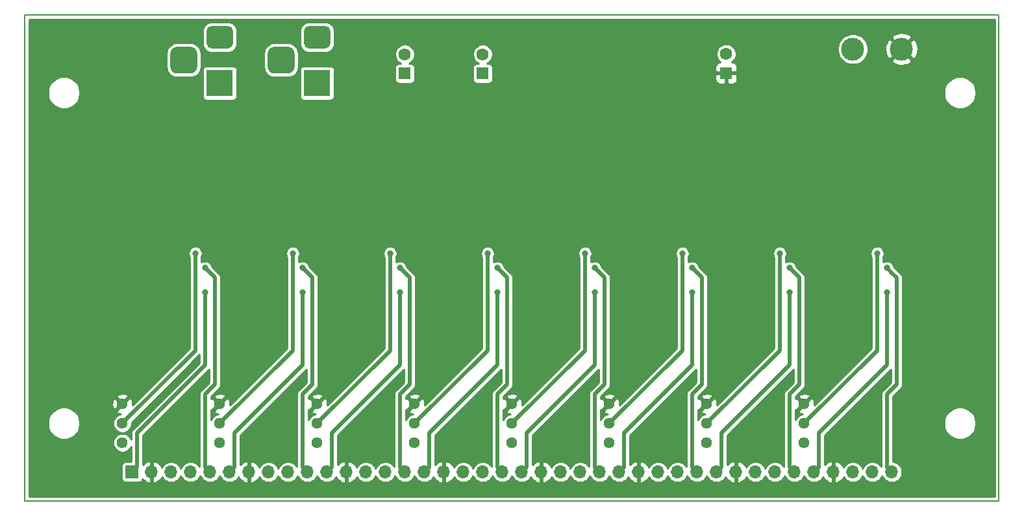
<source format=gbr>
G04 #@! TF.GenerationSoftware,KiCad,Pcbnew,5.1.8+dfsg1-1+b1*
G04 #@! TF.CreationDate,2021-07-07T16:36:25-05:00*
G04 #@! TF.ProjectId,potentiosynth,706f7465-6e74-4696-9f73-796e74682e6b,B*
G04 #@! TF.SameCoordinates,Original*
G04 #@! TF.FileFunction,Copper,L2,Bot*
G04 #@! TF.FilePolarity,Positive*
%FSLAX46Y46*%
G04 Gerber Fmt 4.6, Leading zero omitted, Abs format (unit mm)*
G04 Created by KiCad (PCBNEW 5.1.8+dfsg1-1+b1) date 2021-07-07 16:36:25*
%MOMM*%
%LPD*%
G01*
G04 APERTURE LIST*
G04 #@! TA.AperFunction,Profile*
%ADD10C,0.150000*%
G04 #@! TD*
G04 #@! TA.AperFunction,ComponentPad*
%ADD11C,1.440000*%
G04 #@! TD*
G04 #@! TA.AperFunction,ComponentPad*
%ADD12R,3.500000X3.500000*%
G04 #@! TD*
G04 #@! TA.AperFunction,ComponentPad*
%ADD13O,1.700000X1.700000*%
G04 #@! TD*
G04 #@! TA.AperFunction,ComponentPad*
%ADD14R,1.700000X1.700000*%
G04 #@! TD*
G04 #@! TA.AperFunction,ComponentPad*
%ADD15C,3.000000*%
G04 #@! TD*
G04 #@! TA.AperFunction,ComponentPad*
%ADD16C,1.600000*%
G04 #@! TD*
G04 #@! TA.AperFunction,ComponentPad*
%ADD17R,1.600000X1.600000*%
G04 #@! TD*
G04 #@! TA.AperFunction,ViaPad*
%ADD18C,0.800000*%
G04 #@! TD*
G04 #@! TA.AperFunction,Conductor*
%ADD19C,0.508000*%
G04 #@! TD*
G04 #@! TA.AperFunction,Conductor*
%ADD20C,0.254000*%
G04 #@! TD*
G04 #@! TA.AperFunction,Conductor*
%ADD21C,0.100000*%
G04 #@! TD*
G04 APERTURE END LIST*
D10*
X50800000Y-127000000D02*
X177800000Y-127000000D01*
X50800000Y-63500000D02*
X177800000Y-63500000D01*
X50800000Y-127000000D02*
X50800000Y-63500000D01*
X177800000Y-127000000D02*
X177800000Y-63500000D01*
D11*
X114300000Y-119380000D03*
X114300000Y-116840000D03*
X114300000Y-114300000D03*
X63500000Y-119380000D03*
X63500000Y-116840000D03*
X63500000Y-114300000D03*
X127000000Y-119380000D03*
X127000000Y-116840000D03*
X127000000Y-114300000D03*
X88900000Y-119380000D03*
X88900000Y-116840000D03*
X88900000Y-114300000D03*
X76200000Y-119380000D03*
X76200000Y-116840000D03*
X76200000Y-114300000D03*
X101600000Y-119380000D03*
X101600000Y-116840000D03*
X101600000Y-114300000D03*
X152400000Y-119380000D03*
X152400000Y-116840000D03*
X152400000Y-114300000D03*
X139700000Y-119380000D03*
X139700000Y-116840000D03*
X139700000Y-114300000D03*
G04 #@! TA.AperFunction,ComponentPad*
G36*
G01*
X83325000Y-67640000D02*
X85075000Y-67640000D01*
G75*
G02*
X85950000Y-68515000I0J-875000D01*
G01*
X85950000Y-70265000D01*
G75*
G02*
X85075000Y-71140000I-875000J0D01*
G01*
X83325000Y-71140000D01*
G75*
G02*
X82450000Y-70265000I0J875000D01*
G01*
X82450000Y-68515000D01*
G75*
G02*
X83325000Y-67640000I875000J0D01*
G01*
G37*
G04 #@! TD.AperFunction*
G04 #@! TA.AperFunction,ComponentPad*
G36*
G01*
X87900000Y-64890000D02*
X89900000Y-64890000D01*
G75*
G02*
X90650000Y-65640000I0J-750000D01*
G01*
X90650000Y-67140000D01*
G75*
G02*
X89900000Y-67890000I-750000J0D01*
G01*
X87900000Y-67890000D01*
G75*
G02*
X87150000Y-67140000I0J750000D01*
G01*
X87150000Y-65640000D01*
G75*
G02*
X87900000Y-64890000I750000J0D01*
G01*
G37*
G04 #@! TD.AperFunction*
D12*
X88900000Y-72390000D03*
G04 #@! TA.AperFunction,ComponentPad*
G36*
G01*
X70625000Y-67640000D02*
X72375000Y-67640000D01*
G75*
G02*
X73250000Y-68515000I0J-875000D01*
G01*
X73250000Y-70265000D01*
G75*
G02*
X72375000Y-71140000I-875000J0D01*
G01*
X70625000Y-71140000D01*
G75*
G02*
X69750000Y-70265000I0J875000D01*
G01*
X69750000Y-68515000D01*
G75*
G02*
X70625000Y-67640000I875000J0D01*
G01*
G37*
G04 #@! TD.AperFunction*
G04 #@! TA.AperFunction,ComponentPad*
G36*
G01*
X75200000Y-64890000D02*
X77200000Y-64890000D01*
G75*
G02*
X77950000Y-65640000I0J-750000D01*
G01*
X77950000Y-67140000D01*
G75*
G02*
X77200000Y-67890000I-750000J0D01*
G01*
X75200000Y-67890000D01*
G75*
G02*
X74450000Y-67140000I0J750000D01*
G01*
X74450000Y-65640000D01*
G75*
G02*
X75200000Y-64890000I750000J0D01*
G01*
G37*
G04 #@! TD.AperFunction*
X76200000Y-72390000D03*
D13*
X163830000Y-123190000D03*
X161290000Y-123190000D03*
X158750000Y-123190000D03*
X156210000Y-123190000D03*
X153670000Y-123190000D03*
X151130000Y-123190000D03*
X148590000Y-123190000D03*
X146050000Y-123190000D03*
X143510000Y-123190000D03*
X140970000Y-123190000D03*
X138430000Y-123190000D03*
X135890000Y-123190000D03*
X133350000Y-123190000D03*
X130810000Y-123190000D03*
X128270000Y-123190000D03*
X125730000Y-123190000D03*
X123190000Y-123190000D03*
X120650000Y-123190000D03*
X118110000Y-123190000D03*
X115570000Y-123190000D03*
X113030000Y-123190000D03*
X110490000Y-123190000D03*
X107950000Y-123190000D03*
X105410000Y-123190000D03*
X102870000Y-123190000D03*
X100330000Y-123190000D03*
X97790000Y-123190000D03*
X95250000Y-123190000D03*
X92710000Y-123190000D03*
X90170000Y-123190000D03*
X87630000Y-123190000D03*
X85090000Y-123190000D03*
X82550000Y-123190000D03*
X80010000Y-123190000D03*
X77470000Y-123190000D03*
X74930000Y-123190000D03*
X72390000Y-123190000D03*
X69850000Y-123190000D03*
X67310000Y-123190000D03*
D14*
X64770000Y-123190000D03*
D15*
X165100000Y-67945000D03*
X158750000Y-67945000D03*
D16*
X142240000Y-68580000D03*
D17*
X142240000Y-71080000D03*
D16*
X110490000Y-68620000D03*
D17*
X110490000Y-71120000D03*
D16*
X100330000Y-68620000D03*
D17*
X100330000Y-71120000D03*
D18*
X80645000Y-94615000D03*
X93345000Y-94615000D03*
X67945000Y-94615000D03*
X106045000Y-94615000D03*
X118745000Y-94615000D03*
X131445000Y-94615000D03*
X144145000Y-94615000D03*
X156845000Y-94615000D03*
X163195000Y-96520000D03*
X163195000Y-99695000D03*
X150495000Y-96520000D03*
X150495000Y-99695000D03*
X137795000Y-96520000D03*
X137795000Y-99695000D03*
X125095000Y-96520000D03*
X125095000Y-99695000D03*
X112395000Y-96520000D03*
X112395000Y-99695000D03*
X99695000Y-96520000D03*
X99695000Y-99695000D03*
X86995000Y-96520000D03*
X86995000Y-99695000D03*
X74295000Y-96520000D03*
X74295000Y-99695000D03*
X73025000Y-94615000D03*
X85725000Y-94615000D03*
X98425000Y-94615000D03*
X111125000Y-94615000D03*
X123825000Y-94615000D03*
X136525000Y-94615000D03*
X149225000Y-94615000D03*
X161925000Y-94615000D03*
D19*
X163830000Y-123190000D02*
X163195000Y-122555000D01*
X163195000Y-122555000D02*
X163195000Y-113030000D01*
X163195000Y-113030000D02*
X164465000Y-111760000D01*
X164465000Y-97790000D02*
X163830000Y-97155000D01*
X164465000Y-111760000D02*
X164465000Y-97790000D01*
X163195000Y-96520000D02*
X163830000Y-97155000D01*
X163195000Y-99695000D02*
X163195000Y-109220000D01*
X163195000Y-109220000D02*
X154305000Y-118110000D01*
X154305000Y-122555000D02*
X153670000Y-123190000D01*
X154305000Y-118110000D02*
X154305000Y-122555000D01*
X150495000Y-96520000D02*
X151765000Y-97790000D01*
X151765000Y-97790000D02*
X151765000Y-111760000D01*
X151765000Y-111760000D02*
X150495000Y-113030000D01*
X150495000Y-122555000D02*
X151130000Y-123190000D01*
X150495000Y-113030000D02*
X150495000Y-122555000D01*
X150495000Y-99695000D02*
X150495000Y-109220000D01*
X150495000Y-109220000D02*
X141605000Y-118110000D01*
X141605000Y-122555000D02*
X140970000Y-123190000D01*
X141605000Y-118110000D02*
X141605000Y-122555000D01*
X137795000Y-122555000D02*
X138430000Y-123190000D01*
X137795000Y-113030000D02*
X137795000Y-122555000D01*
X139065000Y-111760000D02*
X137795000Y-113030000D01*
X139065000Y-97790000D02*
X139065000Y-111760000D01*
X137795000Y-96520000D02*
X139065000Y-97790000D01*
X137795000Y-99695000D02*
X137795000Y-109220000D01*
X137795000Y-109220000D02*
X128905000Y-118110000D01*
X128905000Y-122555000D02*
X128270000Y-123190000D01*
X128905000Y-118110000D02*
X128905000Y-122555000D01*
X125095000Y-96520000D02*
X126365000Y-97790000D01*
X126365000Y-97790000D02*
X126365000Y-111760000D01*
X126365000Y-111760000D02*
X125095000Y-113030000D01*
X125095000Y-122555000D02*
X125730000Y-123190000D01*
X125095000Y-113030000D02*
X125095000Y-122555000D01*
X125095000Y-99695000D02*
X125095000Y-109220000D01*
X125095000Y-109220000D02*
X116205000Y-118110000D01*
X116205000Y-122555000D02*
X115570000Y-123190000D01*
X116205000Y-118110000D02*
X116205000Y-122555000D01*
X112395000Y-96520000D02*
X113665000Y-97790000D01*
X113665000Y-97790000D02*
X113665000Y-111760000D01*
X113665000Y-111760000D02*
X112395000Y-113030000D01*
X112395000Y-122555000D02*
X113030000Y-123190000D01*
X112395000Y-113030000D02*
X112395000Y-122555000D01*
X112395000Y-99695000D02*
X112395000Y-109220000D01*
X112395000Y-109220000D02*
X103505000Y-118110000D01*
X103505000Y-122555000D02*
X102870000Y-123190000D01*
X103505000Y-118110000D02*
X103505000Y-122555000D01*
X99695000Y-122555000D02*
X100330000Y-123190000D01*
X99695000Y-113030000D02*
X99695000Y-122555000D01*
X100965000Y-111760000D02*
X99695000Y-113030000D01*
X100965000Y-97790000D02*
X100965000Y-111760000D01*
X99695000Y-96520000D02*
X100965000Y-97790000D01*
X90805000Y-122555000D02*
X90170000Y-123190000D01*
X99695000Y-109220000D02*
X90805000Y-118110000D01*
X90805000Y-118110000D02*
X90805000Y-122555000D01*
X99695000Y-99695000D02*
X99695000Y-109220000D01*
X86995000Y-122555000D02*
X87630000Y-123190000D01*
X86995000Y-113030000D02*
X86995000Y-122555000D01*
X88265000Y-111760000D02*
X86995000Y-113030000D01*
X88265000Y-97790000D02*
X88265000Y-111760000D01*
X86995000Y-96520000D02*
X88265000Y-97790000D01*
X86995000Y-99695000D02*
X86995000Y-109220000D01*
X78105000Y-122555000D02*
X77470000Y-123190000D01*
X78105000Y-118110000D02*
X78105000Y-122555000D01*
X86995000Y-109220000D02*
X78105000Y-118110000D01*
X74295000Y-96520000D02*
X75565000Y-97790000D01*
X75565000Y-97790000D02*
X75565000Y-111760000D01*
X75565000Y-111760000D02*
X74295000Y-113030000D01*
X74295000Y-122555000D02*
X74930000Y-123190000D01*
X74295000Y-113030000D02*
X74295000Y-122555000D01*
X74295000Y-99695000D02*
X74295000Y-109220000D01*
X74295000Y-109220000D02*
X65405000Y-118110000D01*
X65405000Y-122555000D02*
X64770000Y-123190000D01*
X65405000Y-118110000D02*
X65405000Y-122555000D01*
X73025000Y-107315000D02*
X73025000Y-94615000D01*
X63500000Y-116840000D02*
X73025000Y-107315000D01*
X76200000Y-116840000D02*
X85725000Y-107315000D01*
X85725000Y-107315000D02*
X85725000Y-94615000D01*
X98425000Y-107315000D02*
X88900000Y-116840000D01*
X98425000Y-94615000D02*
X98425000Y-107315000D01*
X111125000Y-107315000D02*
X111125000Y-94615000D01*
X101600000Y-116840000D02*
X111125000Y-107315000D01*
X123825000Y-107315000D02*
X123825000Y-94615000D01*
X114300000Y-116840000D02*
X123825000Y-107315000D01*
X136525000Y-107315000D02*
X136525000Y-94615000D01*
X127000000Y-116840000D02*
X136525000Y-107315000D01*
X149225000Y-107315000D02*
X149225000Y-94615000D01*
X139700000Y-116840000D02*
X149225000Y-107315000D01*
X161925000Y-107315000D02*
X161925000Y-94615000D01*
X152400000Y-116840000D02*
X161925000Y-107315000D01*
D20*
X177217000Y-126417000D02*
X51383000Y-126417000D01*
X51383000Y-116632380D01*
X53772000Y-116632380D01*
X53772000Y-117047620D01*
X53853009Y-117454881D01*
X54011914Y-117838513D01*
X54242609Y-118183772D01*
X54536228Y-118477391D01*
X54881487Y-118708086D01*
X55265119Y-118866991D01*
X55672380Y-118948000D01*
X56087620Y-118948000D01*
X56494881Y-118866991D01*
X56878513Y-118708086D01*
X57223772Y-118477391D01*
X57517391Y-118183772D01*
X57748086Y-117838513D01*
X57906991Y-117454881D01*
X57988000Y-117047620D01*
X57988000Y-116719053D01*
X62272000Y-116719053D01*
X62272000Y-116960947D01*
X62319191Y-117198194D01*
X62411760Y-117421676D01*
X62546150Y-117622805D01*
X62717195Y-117793850D01*
X62918324Y-117928240D01*
X63141806Y-118020809D01*
X63379053Y-118068000D01*
X63620947Y-118068000D01*
X63858194Y-118020809D01*
X64081676Y-117928240D01*
X64282805Y-117793850D01*
X64453850Y-117622805D01*
X64588240Y-117421676D01*
X64680809Y-117198194D01*
X64728000Y-116960947D01*
X64728000Y-116719053D01*
X64723118Y-116694512D01*
X73533001Y-107884630D01*
X73533001Y-108904369D01*
X64892654Y-117544716D01*
X64863578Y-117568578D01*
X64833125Y-117605686D01*
X64768355Y-117684608D01*
X64730535Y-117755365D01*
X64697598Y-117816986D01*
X64654026Y-117960623D01*
X64643451Y-118068000D01*
X64639314Y-118110000D01*
X64643000Y-118147423D01*
X64643000Y-118930527D01*
X64588240Y-118798324D01*
X64453850Y-118597195D01*
X64282805Y-118426150D01*
X64081676Y-118291760D01*
X63858194Y-118199191D01*
X63620947Y-118152000D01*
X63379053Y-118152000D01*
X63141806Y-118199191D01*
X62918324Y-118291760D01*
X62717195Y-118426150D01*
X62546150Y-118597195D01*
X62411760Y-118798324D01*
X62319191Y-119021806D01*
X62272000Y-119259053D01*
X62272000Y-119500947D01*
X62319191Y-119738194D01*
X62411760Y-119961676D01*
X62546150Y-120162805D01*
X62717195Y-120333850D01*
X62918324Y-120468240D01*
X63141806Y-120560809D01*
X63379053Y-120608000D01*
X63620947Y-120608000D01*
X63858194Y-120560809D01*
X64081676Y-120468240D01*
X64282805Y-120333850D01*
X64453850Y-120162805D01*
X64588240Y-119961676D01*
X64643000Y-119829473D01*
X64643001Y-121829543D01*
X63920000Y-121829543D01*
X63820415Y-121839351D01*
X63724657Y-121868399D01*
X63636405Y-121915571D01*
X63559052Y-121979052D01*
X63495571Y-122056405D01*
X63448399Y-122144657D01*
X63419351Y-122240415D01*
X63409543Y-122340000D01*
X63409543Y-124040000D01*
X63419351Y-124139585D01*
X63448399Y-124235343D01*
X63495571Y-124323595D01*
X63559052Y-124400948D01*
X63636405Y-124464429D01*
X63724657Y-124511601D01*
X63820415Y-124540649D01*
X63920000Y-124550457D01*
X65620000Y-124550457D01*
X65719585Y-124540649D01*
X65815343Y-124511601D01*
X65903595Y-124464429D01*
X65980948Y-124400948D01*
X66044429Y-124323595D01*
X66091601Y-124235343D01*
X66120649Y-124139585D01*
X66126133Y-124083903D01*
X66309731Y-124287588D01*
X66543080Y-124461641D01*
X66805901Y-124586825D01*
X66953110Y-124631476D01*
X67183000Y-124510155D01*
X67183000Y-123317000D01*
X67163000Y-123317000D01*
X67163000Y-123063000D01*
X67183000Y-123063000D01*
X67183000Y-121869845D01*
X66953110Y-121748524D01*
X66805901Y-121793175D01*
X66543080Y-121918359D01*
X66309731Y-122092412D01*
X66167000Y-122250758D01*
X66167000Y-118425630D01*
X74803001Y-109789629D01*
X74803001Y-111444368D01*
X73782654Y-112464716D01*
X73753578Y-112488578D01*
X73723125Y-112525686D01*
X73658355Y-112604608D01*
X73620535Y-112675365D01*
X73587598Y-112736986D01*
X73544026Y-112880623D01*
X73538135Y-112940439D01*
X73529314Y-113030000D01*
X73533000Y-113067423D01*
X73533001Y-122456286D01*
X73444828Y-122324325D01*
X73255675Y-122135172D01*
X73033254Y-121986556D01*
X72786114Y-121884187D01*
X72523751Y-121832000D01*
X72256249Y-121832000D01*
X71993886Y-121884187D01*
X71746746Y-121986556D01*
X71524325Y-122135172D01*
X71335172Y-122324325D01*
X71186556Y-122546746D01*
X71120000Y-122707426D01*
X71053444Y-122546746D01*
X70904828Y-122324325D01*
X70715675Y-122135172D01*
X70493254Y-121986556D01*
X70246114Y-121884187D01*
X69983751Y-121832000D01*
X69716249Y-121832000D01*
X69453886Y-121884187D01*
X69206746Y-121986556D01*
X68984325Y-122135172D01*
X68795172Y-122324325D01*
X68646795Y-122546389D01*
X68505178Y-122308645D01*
X68310269Y-122092412D01*
X68076920Y-121918359D01*
X67814099Y-121793175D01*
X67666890Y-121748524D01*
X67437000Y-121869845D01*
X67437000Y-123063000D01*
X67457000Y-123063000D01*
X67457000Y-123317000D01*
X67437000Y-123317000D01*
X67437000Y-124510155D01*
X67666890Y-124631476D01*
X67814099Y-124586825D01*
X68076920Y-124461641D01*
X68310269Y-124287588D01*
X68505178Y-124071355D01*
X68646795Y-123833611D01*
X68795172Y-124055675D01*
X68984325Y-124244828D01*
X69206746Y-124393444D01*
X69453886Y-124495813D01*
X69716249Y-124548000D01*
X69983751Y-124548000D01*
X70246114Y-124495813D01*
X70493254Y-124393444D01*
X70715675Y-124244828D01*
X70904828Y-124055675D01*
X71053444Y-123833254D01*
X71120000Y-123672574D01*
X71186556Y-123833254D01*
X71335172Y-124055675D01*
X71524325Y-124244828D01*
X71746746Y-124393444D01*
X71993886Y-124495813D01*
X72256249Y-124548000D01*
X72523751Y-124548000D01*
X72786114Y-124495813D01*
X73033254Y-124393444D01*
X73255675Y-124244828D01*
X73444828Y-124055675D01*
X73593444Y-123833254D01*
X73660000Y-123672574D01*
X73726556Y-123833254D01*
X73875172Y-124055675D01*
X74064325Y-124244828D01*
X74286746Y-124393444D01*
X74533886Y-124495813D01*
X74796249Y-124548000D01*
X75063751Y-124548000D01*
X75326114Y-124495813D01*
X75573254Y-124393444D01*
X75795675Y-124244828D01*
X75984828Y-124055675D01*
X76133444Y-123833254D01*
X76200000Y-123672574D01*
X76266556Y-123833254D01*
X76415172Y-124055675D01*
X76604325Y-124244828D01*
X76826746Y-124393444D01*
X77073886Y-124495813D01*
X77336249Y-124548000D01*
X77603751Y-124548000D01*
X77866114Y-124495813D01*
X78113254Y-124393444D01*
X78335675Y-124244828D01*
X78524828Y-124055675D01*
X78673205Y-123833611D01*
X78814822Y-124071355D01*
X79009731Y-124287588D01*
X79243080Y-124461641D01*
X79505901Y-124586825D01*
X79653110Y-124631476D01*
X79883000Y-124510155D01*
X79883000Y-123317000D01*
X79863000Y-123317000D01*
X79863000Y-123063000D01*
X79883000Y-123063000D01*
X79883000Y-121869845D01*
X79653110Y-121748524D01*
X79505901Y-121793175D01*
X79243080Y-121918359D01*
X79009731Y-122092412D01*
X78867000Y-122250758D01*
X78867000Y-118425630D01*
X87503001Y-109789629D01*
X87503001Y-111444368D01*
X86482654Y-112464716D01*
X86453578Y-112488578D01*
X86423125Y-112525686D01*
X86358355Y-112604608D01*
X86320535Y-112675365D01*
X86287598Y-112736986D01*
X86244026Y-112880623D01*
X86238135Y-112940439D01*
X86229314Y-113030000D01*
X86233000Y-113067423D01*
X86233001Y-122456286D01*
X86144828Y-122324325D01*
X85955675Y-122135172D01*
X85733254Y-121986556D01*
X85486114Y-121884187D01*
X85223751Y-121832000D01*
X84956249Y-121832000D01*
X84693886Y-121884187D01*
X84446746Y-121986556D01*
X84224325Y-122135172D01*
X84035172Y-122324325D01*
X83886556Y-122546746D01*
X83820000Y-122707426D01*
X83753444Y-122546746D01*
X83604828Y-122324325D01*
X83415675Y-122135172D01*
X83193254Y-121986556D01*
X82946114Y-121884187D01*
X82683751Y-121832000D01*
X82416249Y-121832000D01*
X82153886Y-121884187D01*
X81906746Y-121986556D01*
X81684325Y-122135172D01*
X81495172Y-122324325D01*
X81346795Y-122546389D01*
X81205178Y-122308645D01*
X81010269Y-122092412D01*
X80776920Y-121918359D01*
X80514099Y-121793175D01*
X80366890Y-121748524D01*
X80137000Y-121869845D01*
X80137000Y-123063000D01*
X80157000Y-123063000D01*
X80157000Y-123317000D01*
X80137000Y-123317000D01*
X80137000Y-124510155D01*
X80366890Y-124631476D01*
X80514099Y-124586825D01*
X80776920Y-124461641D01*
X81010269Y-124287588D01*
X81205178Y-124071355D01*
X81346795Y-123833611D01*
X81495172Y-124055675D01*
X81684325Y-124244828D01*
X81906746Y-124393444D01*
X82153886Y-124495813D01*
X82416249Y-124548000D01*
X82683751Y-124548000D01*
X82946114Y-124495813D01*
X83193254Y-124393444D01*
X83415675Y-124244828D01*
X83604828Y-124055675D01*
X83753444Y-123833254D01*
X83820000Y-123672574D01*
X83886556Y-123833254D01*
X84035172Y-124055675D01*
X84224325Y-124244828D01*
X84446746Y-124393444D01*
X84693886Y-124495813D01*
X84956249Y-124548000D01*
X85223751Y-124548000D01*
X85486114Y-124495813D01*
X85733254Y-124393444D01*
X85955675Y-124244828D01*
X86144828Y-124055675D01*
X86293444Y-123833254D01*
X86360000Y-123672574D01*
X86426556Y-123833254D01*
X86575172Y-124055675D01*
X86764325Y-124244828D01*
X86986746Y-124393444D01*
X87233886Y-124495813D01*
X87496249Y-124548000D01*
X87763751Y-124548000D01*
X88026114Y-124495813D01*
X88273254Y-124393444D01*
X88495675Y-124244828D01*
X88684828Y-124055675D01*
X88833444Y-123833254D01*
X88900000Y-123672574D01*
X88966556Y-123833254D01*
X89115172Y-124055675D01*
X89304325Y-124244828D01*
X89526746Y-124393444D01*
X89773886Y-124495813D01*
X90036249Y-124548000D01*
X90303751Y-124548000D01*
X90566114Y-124495813D01*
X90813254Y-124393444D01*
X91035675Y-124244828D01*
X91224828Y-124055675D01*
X91373205Y-123833611D01*
X91514822Y-124071355D01*
X91709731Y-124287588D01*
X91943080Y-124461641D01*
X92205901Y-124586825D01*
X92353110Y-124631476D01*
X92583000Y-124510155D01*
X92583000Y-123317000D01*
X92563000Y-123317000D01*
X92563000Y-123063000D01*
X92583000Y-123063000D01*
X92583000Y-121869845D01*
X92353110Y-121748524D01*
X92205901Y-121793175D01*
X91943080Y-121918359D01*
X91709731Y-122092412D01*
X91567000Y-122250758D01*
X91567000Y-118425630D01*
X100203001Y-109789629D01*
X100203001Y-111444368D01*
X99182654Y-112464716D01*
X99153578Y-112488578D01*
X99123125Y-112525686D01*
X99058355Y-112604608D01*
X99020535Y-112675365D01*
X98987598Y-112736986D01*
X98944026Y-112880623D01*
X98938135Y-112940439D01*
X98929314Y-113030000D01*
X98933000Y-113067423D01*
X98933001Y-122456286D01*
X98844828Y-122324325D01*
X98655675Y-122135172D01*
X98433254Y-121986556D01*
X98186114Y-121884187D01*
X97923751Y-121832000D01*
X97656249Y-121832000D01*
X97393886Y-121884187D01*
X97146746Y-121986556D01*
X96924325Y-122135172D01*
X96735172Y-122324325D01*
X96586556Y-122546746D01*
X96520000Y-122707426D01*
X96453444Y-122546746D01*
X96304828Y-122324325D01*
X96115675Y-122135172D01*
X95893254Y-121986556D01*
X95646114Y-121884187D01*
X95383751Y-121832000D01*
X95116249Y-121832000D01*
X94853886Y-121884187D01*
X94606746Y-121986556D01*
X94384325Y-122135172D01*
X94195172Y-122324325D01*
X94046795Y-122546389D01*
X93905178Y-122308645D01*
X93710269Y-122092412D01*
X93476920Y-121918359D01*
X93214099Y-121793175D01*
X93066890Y-121748524D01*
X92837000Y-121869845D01*
X92837000Y-123063000D01*
X92857000Y-123063000D01*
X92857000Y-123317000D01*
X92837000Y-123317000D01*
X92837000Y-124510155D01*
X93066890Y-124631476D01*
X93214099Y-124586825D01*
X93476920Y-124461641D01*
X93710269Y-124287588D01*
X93905178Y-124071355D01*
X94046795Y-123833611D01*
X94195172Y-124055675D01*
X94384325Y-124244828D01*
X94606746Y-124393444D01*
X94853886Y-124495813D01*
X95116249Y-124548000D01*
X95383751Y-124548000D01*
X95646114Y-124495813D01*
X95893254Y-124393444D01*
X96115675Y-124244828D01*
X96304828Y-124055675D01*
X96453444Y-123833254D01*
X96520000Y-123672574D01*
X96586556Y-123833254D01*
X96735172Y-124055675D01*
X96924325Y-124244828D01*
X97146746Y-124393444D01*
X97393886Y-124495813D01*
X97656249Y-124548000D01*
X97923751Y-124548000D01*
X98186114Y-124495813D01*
X98433254Y-124393444D01*
X98655675Y-124244828D01*
X98844828Y-124055675D01*
X98993444Y-123833254D01*
X99060000Y-123672574D01*
X99126556Y-123833254D01*
X99275172Y-124055675D01*
X99464325Y-124244828D01*
X99686746Y-124393444D01*
X99933886Y-124495813D01*
X100196249Y-124548000D01*
X100463751Y-124548000D01*
X100726114Y-124495813D01*
X100973254Y-124393444D01*
X101195675Y-124244828D01*
X101384828Y-124055675D01*
X101533444Y-123833254D01*
X101600000Y-123672574D01*
X101666556Y-123833254D01*
X101815172Y-124055675D01*
X102004325Y-124244828D01*
X102226746Y-124393444D01*
X102473886Y-124495813D01*
X102736249Y-124548000D01*
X103003751Y-124548000D01*
X103266114Y-124495813D01*
X103513254Y-124393444D01*
X103735675Y-124244828D01*
X103924828Y-124055675D01*
X104073205Y-123833611D01*
X104214822Y-124071355D01*
X104409731Y-124287588D01*
X104643080Y-124461641D01*
X104905901Y-124586825D01*
X105053110Y-124631476D01*
X105283000Y-124510155D01*
X105283000Y-123317000D01*
X105263000Y-123317000D01*
X105263000Y-123063000D01*
X105283000Y-123063000D01*
X105283000Y-121869845D01*
X105053110Y-121748524D01*
X104905901Y-121793175D01*
X104643080Y-121918359D01*
X104409731Y-122092412D01*
X104267000Y-122250758D01*
X104267000Y-118425630D01*
X112903001Y-109789629D01*
X112903001Y-111444368D01*
X111882654Y-112464716D01*
X111853578Y-112488578D01*
X111823125Y-112525686D01*
X111758355Y-112604608D01*
X111720535Y-112675365D01*
X111687598Y-112736986D01*
X111644026Y-112880623D01*
X111638135Y-112940439D01*
X111629314Y-113030000D01*
X111633000Y-113067423D01*
X111633001Y-122456286D01*
X111544828Y-122324325D01*
X111355675Y-122135172D01*
X111133254Y-121986556D01*
X110886114Y-121884187D01*
X110623751Y-121832000D01*
X110356249Y-121832000D01*
X110093886Y-121884187D01*
X109846746Y-121986556D01*
X109624325Y-122135172D01*
X109435172Y-122324325D01*
X109286556Y-122546746D01*
X109220000Y-122707426D01*
X109153444Y-122546746D01*
X109004828Y-122324325D01*
X108815675Y-122135172D01*
X108593254Y-121986556D01*
X108346114Y-121884187D01*
X108083751Y-121832000D01*
X107816249Y-121832000D01*
X107553886Y-121884187D01*
X107306746Y-121986556D01*
X107084325Y-122135172D01*
X106895172Y-122324325D01*
X106746795Y-122546389D01*
X106605178Y-122308645D01*
X106410269Y-122092412D01*
X106176920Y-121918359D01*
X105914099Y-121793175D01*
X105766890Y-121748524D01*
X105537000Y-121869845D01*
X105537000Y-123063000D01*
X105557000Y-123063000D01*
X105557000Y-123317000D01*
X105537000Y-123317000D01*
X105537000Y-124510155D01*
X105766890Y-124631476D01*
X105914099Y-124586825D01*
X106176920Y-124461641D01*
X106410269Y-124287588D01*
X106605178Y-124071355D01*
X106746795Y-123833611D01*
X106895172Y-124055675D01*
X107084325Y-124244828D01*
X107306746Y-124393444D01*
X107553886Y-124495813D01*
X107816249Y-124548000D01*
X108083751Y-124548000D01*
X108346114Y-124495813D01*
X108593254Y-124393444D01*
X108815675Y-124244828D01*
X109004828Y-124055675D01*
X109153444Y-123833254D01*
X109220000Y-123672574D01*
X109286556Y-123833254D01*
X109435172Y-124055675D01*
X109624325Y-124244828D01*
X109846746Y-124393444D01*
X110093886Y-124495813D01*
X110356249Y-124548000D01*
X110623751Y-124548000D01*
X110886114Y-124495813D01*
X111133254Y-124393444D01*
X111355675Y-124244828D01*
X111544828Y-124055675D01*
X111693444Y-123833254D01*
X111760000Y-123672574D01*
X111826556Y-123833254D01*
X111975172Y-124055675D01*
X112164325Y-124244828D01*
X112386746Y-124393444D01*
X112633886Y-124495813D01*
X112896249Y-124548000D01*
X113163751Y-124548000D01*
X113426114Y-124495813D01*
X113673254Y-124393444D01*
X113895675Y-124244828D01*
X114084828Y-124055675D01*
X114233444Y-123833254D01*
X114300000Y-123672574D01*
X114366556Y-123833254D01*
X114515172Y-124055675D01*
X114704325Y-124244828D01*
X114926746Y-124393444D01*
X115173886Y-124495813D01*
X115436249Y-124548000D01*
X115703751Y-124548000D01*
X115966114Y-124495813D01*
X116213254Y-124393444D01*
X116435675Y-124244828D01*
X116624828Y-124055675D01*
X116773205Y-123833611D01*
X116914822Y-124071355D01*
X117109731Y-124287588D01*
X117343080Y-124461641D01*
X117605901Y-124586825D01*
X117753110Y-124631476D01*
X117983000Y-124510155D01*
X117983000Y-123317000D01*
X117963000Y-123317000D01*
X117963000Y-123063000D01*
X117983000Y-123063000D01*
X117983000Y-121869845D01*
X117753110Y-121748524D01*
X117605901Y-121793175D01*
X117343080Y-121918359D01*
X117109731Y-122092412D01*
X116967000Y-122250758D01*
X116967000Y-118425630D01*
X125603001Y-109789629D01*
X125603001Y-111444368D01*
X124582654Y-112464716D01*
X124553578Y-112488578D01*
X124523125Y-112525686D01*
X124458355Y-112604608D01*
X124420535Y-112675365D01*
X124387598Y-112736986D01*
X124344026Y-112880623D01*
X124338135Y-112940439D01*
X124329314Y-113030000D01*
X124333000Y-113067423D01*
X124333001Y-122456286D01*
X124244828Y-122324325D01*
X124055675Y-122135172D01*
X123833254Y-121986556D01*
X123586114Y-121884187D01*
X123323751Y-121832000D01*
X123056249Y-121832000D01*
X122793886Y-121884187D01*
X122546746Y-121986556D01*
X122324325Y-122135172D01*
X122135172Y-122324325D01*
X121986556Y-122546746D01*
X121920000Y-122707426D01*
X121853444Y-122546746D01*
X121704828Y-122324325D01*
X121515675Y-122135172D01*
X121293254Y-121986556D01*
X121046114Y-121884187D01*
X120783751Y-121832000D01*
X120516249Y-121832000D01*
X120253886Y-121884187D01*
X120006746Y-121986556D01*
X119784325Y-122135172D01*
X119595172Y-122324325D01*
X119446795Y-122546389D01*
X119305178Y-122308645D01*
X119110269Y-122092412D01*
X118876920Y-121918359D01*
X118614099Y-121793175D01*
X118466890Y-121748524D01*
X118237000Y-121869845D01*
X118237000Y-123063000D01*
X118257000Y-123063000D01*
X118257000Y-123317000D01*
X118237000Y-123317000D01*
X118237000Y-124510155D01*
X118466890Y-124631476D01*
X118614099Y-124586825D01*
X118876920Y-124461641D01*
X119110269Y-124287588D01*
X119305178Y-124071355D01*
X119446795Y-123833611D01*
X119595172Y-124055675D01*
X119784325Y-124244828D01*
X120006746Y-124393444D01*
X120253886Y-124495813D01*
X120516249Y-124548000D01*
X120783751Y-124548000D01*
X121046114Y-124495813D01*
X121293254Y-124393444D01*
X121515675Y-124244828D01*
X121704828Y-124055675D01*
X121853444Y-123833254D01*
X121920000Y-123672574D01*
X121986556Y-123833254D01*
X122135172Y-124055675D01*
X122324325Y-124244828D01*
X122546746Y-124393444D01*
X122793886Y-124495813D01*
X123056249Y-124548000D01*
X123323751Y-124548000D01*
X123586114Y-124495813D01*
X123833254Y-124393444D01*
X124055675Y-124244828D01*
X124244828Y-124055675D01*
X124393444Y-123833254D01*
X124460000Y-123672574D01*
X124526556Y-123833254D01*
X124675172Y-124055675D01*
X124864325Y-124244828D01*
X125086746Y-124393444D01*
X125333886Y-124495813D01*
X125596249Y-124548000D01*
X125863751Y-124548000D01*
X126126114Y-124495813D01*
X126373254Y-124393444D01*
X126595675Y-124244828D01*
X126784828Y-124055675D01*
X126933444Y-123833254D01*
X127000000Y-123672574D01*
X127066556Y-123833254D01*
X127215172Y-124055675D01*
X127404325Y-124244828D01*
X127626746Y-124393444D01*
X127873886Y-124495813D01*
X128136249Y-124548000D01*
X128403751Y-124548000D01*
X128666114Y-124495813D01*
X128913254Y-124393444D01*
X129135675Y-124244828D01*
X129324828Y-124055675D01*
X129473205Y-123833611D01*
X129614822Y-124071355D01*
X129809731Y-124287588D01*
X130043080Y-124461641D01*
X130305901Y-124586825D01*
X130453110Y-124631476D01*
X130683000Y-124510155D01*
X130683000Y-123317000D01*
X130663000Y-123317000D01*
X130663000Y-123063000D01*
X130683000Y-123063000D01*
X130683000Y-121869845D01*
X130453110Y-121748524D01*
X130305901Y-121793175D01*
X130043080Y-121918359D01*
X129809731Y-122092412D01*
X129667000Y-122250758D01*
X129667000Y-118425630D01*
X138303001Y-109789629D01*
X138303001Y-111444368D01*
X137282654Y-112464716D01*
X137253578Y-112488578D01*
X137223125Y-112525686D01*
X137158355Y-112604608D01*
X137120535Y-112675365D01*
X137087598Y-112736986D01*
X137044026Y-112880623D01*
X137038135Y-112940439D01*
X137029314Y-113030000D01*
X137033000Y-113067423D01*
X137033001Y-122456286D01*
X136944828Y-122324325D01*
X136755675Y-122135172D01*
X136533254Y-121986556D01*
X136286114Y-121884187D01*
X136023751Y-121832000D01*
X135756249Y-121832000D01*
X135493886Y-121884187D01*
X135246746Y-121986556D01*
X135024325Y-122135172D01*
X134835172Y-122324325D01*
X134686556Y-122546746D01*
X134620000Y-122707426D01*
X134553444Y-122546746D01*
X134404828Y-122324325D01*
X134215675Y-122135172D01*
X133993254Y-121986556D01*
X133746114Y-121884187D01*
X133483751Y-121832000D01*
X133216249Y-121832000D01*
X132953886Y-121884187D01*
X132706746Y-121986556D01*
X132484325Y-122135172D01*
X132295172Y-122324325D01*
X132146795Y-122546389D01*
X132005178Y-122308645D01*
X131810269Y-122092412D01*
X131576920Y-121918359D01*
X131314099Y-121793175D01*
X131166890Y-121748524D01*
X130937000Y-121869845D01*
X130937000Y-123063000D01*
X130957000Y-123063000D01*
X130957000Y-123317000D01*
X130937000Y-123317000D01*
X130937000Y-124510155D01*
X131166890Y-124631476D01*
X131314099Y-124586825D01*
X131576920Y-124461641D01*
X131810269Y-124287588D01*
X132005178Y-124071355D01*
X132146795Y-123833611D01*
X132295172Y-124055675D01*
X132484325Y-124244828D01*
X132706746Y-124393444D01*
X132953886Y-124495813D01*
X133216249Y-124548000D01*
X133483751Y-124548000D01*
X133746114Y-124495813D01*
X133993254Y-124393444D01*
X134215675Y-124244828D01*
X134404828Y-124055675D01*
X134553444Y-123833254D01*
X134620000Y-123672574D01*
X134686556Y-123833254D01*
X134835172Y-124055675D01*
X135024325Y-124244828D01*
X135246746Y-124393444D01*
X135493886Y-124495813D01*
X135756249Y-124548000D01*
X136023751Y-124548000D01*
X136286114Y-124495813D01*
X136533254Y-124393444D01*
X136755675Y-124244828D01*
X136944828Y-124055675D01*
X137093444Y-123833254D01*
X137160000Y-123672574D01*
X137226556Y-123833254D01*
X137375172Y-124055675D01*
X137564325Y-124244828D01*
X137786746Y-124393444D01*
X138033886Y-124495813D01*
X138296249Y-124548000D01*
X138563751Y-124548000D01*
X138826114Y-124495813D01*
X139073254Y-124393444D01*
X139295675Y-124244828D01*
X139484828Y-124055675D01*
X139633444Y-123833254D01*
X139700000Y-123672574D01*
X139766556Y-123833254D01*
X139915172Y-124055675D01*
X140104325Y-124244828D01*
X140326746Y-124393444D01*
X140573886Y-124495813D01*
X140836249Y-124548000D01*
X141103751Y-124548000D01*
X141366114Y-124495813D01*
X141613254Y-124393444D01*
X141835675Y-124244828D01*
X142024828Y-124055675D01*
X142173205Y-123833611D01*
X142314822Y-124071355D01*
X142509731Y-124287588D01*
X142743080Y-124461641D01*
X143005901Y-124586825D01*
X143153110Y-124631476D01*
X143383000Y-124510155D01*
X143383000Y-123317000D01*
X143363000Y-123317000D01*
X143363000Y-123063000D01*
X143383000Y-123063000D01*
X143383000Y-121869845D01*
X143153110Y-121748524D01*
X143005901Y-121793175D01*
X142743080Y-121918359D01*
X142509731Y-122092412D01*
X142367000Y-122250758D01*
X142367000Y-118425630D01*
X151003001Y-109789629D01*
X151003001Y-111444368D01*
X149982654Y-112464716D01*
X149953578Y-112488578D01*
X149923125Y-112525686D01*
X149858355Y-112604608D01*
X149820535Y-112675365D01*
X149787598Y-112736986D01*
X149744026Y-112880623D01*
X149738135Y-112940439D01*
X149729314Y-113030000D01*
X149733000Y-113067423D01*
X149733001Y-122456286D01*
X149644828Y-122324325D01*
X149455675Y-122135172D01*
X149233254Y-121986556D01*
X148986114Y-121884187D01*
X148723751Y-121832000D01*
X148456249Y-121832000D01*
X148193886Y-121884187D01*
X147946746Y-121986556D01*
X147724325Y-122135172D01*
X147535172Y-122324325D01*
X147386556Y-122546746D01*
X147320000Y-122707426D01*
X147253444Y-122546746D01*
X147104828Y-122324325D01*
X146915675Y-122135172D01*
X146693254Y-121986556D01*
X146446114Y-121884187D01*
X146183751Y-121832000D01*
X145916249Y-121832000D01*
X145653886Y-121884187D01*
X145406746Y-121986556D01*
X145184325Y-122135172D01*
X144995172Y-122324325D01*
X144846795Y-122546389D01*
X144705178Y-122308645D01*
X144510269Y-122092412D01*
X144276920Y-121918359D01*
X144014099Y-121793175D01*
X143866890Y-121748524D01*
X143637000Y-121869845D01*
X143637000Y-123063000D01*
X143657000Y-123063000D01*
X143657000Y-123317000D01*
X143637000Y-123317000D01*
X143637000Y-124510155D01*
X143866890Y-124631476D01*
X144014099Y-124586825D01*
X144276920Y-124461641D01*
X144510269Y-124287588D01*
X144705178Y-124071355D01*
X144846795Y-123833611D01*
X144995172Y-124055675D01*
X145184325Y-124244828D01*
X145406746Y-124393444D01*
X145653886Y-124495813D01*
X145916249Y-124548000D01*
X146183751Y-124548000D01*
X146446114Y-124495813D01*
X146693254Y-124393444D01*
X146915675Y-124244828D01*
X147104828Y-124055675D01*
X147253444Y-123833254D01*
X147320000Y-123672574D01*
X147386556Y-123833254D01*
X147535172Y-124055675D01*
X147724325Y-124244828D01*
X147946746Y-124393444D01*
X148193886Y-124495813D01*
X148456249Y-124548000D01*
X148723751Y-124548000D01*
X148986114Y-124495813D01*
X149233254Y-124393444D01*
X149455675Y-124244828D01*
X149644828Y-124055675D01*
X149793444Y-123833254D01*
X149860000Y-123672574D01*
X149926556Y-123833254D01*
X150075172Y-124055675D01*
X150264325Y-124244828D01*
X150486746Y-124393444D01*
X150733886Y-124495813D01*
X150996249Y-124548000D01*
X151263751Y-124548000D01*
X151526114Y-124495813D01*
X151773254Y-124393444D01*
X151995675Y-124244828D01*
X152184828Y-124055675D01*
X152333444Y-123833254D01*
X152400000Y-123672574D01*
X152466556Y-123833254D01*
X152615172Y-124055675D01*
X152804325Y-124244828D01*
X153026746Y-124393444D01*
X153273886Y-124495813D01*
X153536249Y-124548000D01*
X153803751Y-124548000D01*
X154066114Y-124495813D01*
X154313254Y-124393444D01*
X154535675Y-124244828D01*
X154724828Y-124055675D01*
X154873205Y-123833611D01*
X155014822Y-124071355D01*
X155209731Y-124287588D01*
X155443080Y-124461641D01*
X155705901Y-124586825D01*
X155853110Y-124631476D01*
X156083000Y-124510155D01*
X156083000Y-123317000D01*
X156063000Y-123317000D01*
X156063000Y-123063000D01*
X156083000Y-123063000D01*
X156083000Y-121869845D01*
X155853110Y-121748524D01*
X155705901Y-121793175D01*
X155443080Y-121918359D01*
X155209731Y-122092412D01*
X155067000Y-122250758D01*
X155067000Y-118425630D01*
X163703000Y-109789630D01*
X163703000Y-111444369D01*
X162682649Y-112464721D01*
X162653579Y-112488578D01*
X162629722Y-112517648D01*
X162629721Y-112517649D01*
X162558355Y-112604608D01*
X162487599Y-112736985D01*
X162444027Y-112880622D01*
X162429314Y-113030000D01*
X162433001Y-113067433D01*
X162433000Y-122456285D01*
X162344828Y-122324325D01*
X162155675Y-122135172D01*
X161933254Y-121986556D01*
X161686114Y-121884187D01*
X161423751Y-121832000D01*
X161156249Y-121832000D01*
X160893886Y-121884187D01*
X160646746Y-121986556D01*
X160424325Y-122135172D01*
X160235172Y-122324325D01*
X160086556Y-122546746D01*
X160020000Y-122707426D01*
X159953444Y-122546746D01*
X159804828Y-122324325D01*
X159615675Y-122135172D01*
X159393254Y-121986556D01*
X159146114Y-121884187D01*
X158883751Y-121832000D01*
X158616249Y-121832000D01*
X158353886Y-121884187D01*
X158106746Y-121986556D01*
X157884325Y-122135172D01*
X157695172Y-122324325D01*
X157546795Y-122546389D01*
X157405178Y-122308645D01*
X157210269Y-122092412D01*
X156976920Y-121918359D01*
X156714099Y-121793175D01*
X156566890Y-121748524D01*
X156337000Y-121869845D01*
X156337000Y-123063000D01*
X156357000Y-123063000D01*
X156357000Y-123317000D01*
X156337000Y-123317000D01*
X156337000Y-124510155D01*
X156566890Y-124631476D01*
X156714099Y-124586825D01*
X156976920Y-124461641D01*
X157210269Y-124287588D01*
X157405178Y-124071355D01*
X157546795Y-123833611D01*
X157695172Y-124055675D01*
X157884325Y-124244828D01*
X158106746Y-124393444D01*
X158353886Y-124495813D01*
X158616249Y-124548000D01*
X158883751Y-124548000D01*
X159146114Y-124495813D01*
X159393254Y-124393444D01*
X159615675Y-124244828D01*
X159804828Y-124055675D01*
X159953444Y-123833254D01*
X160020000Y-123672574D01*
X160086556Y-123833254D01*
X160235172Y-124055675D01*
X160424325Y-124244828D01*
X160646746Y-124393444D01*
X160893886Y-124495813D01*
X161156249Y-124548000D01*
X161423751Y-124548000D01*
X161686114Y-124495813D01*
X161933254Y-124393444D01*
X162155675Y-124244828D01*
X162344828Y-124055675D01*
X162493444Y-123833254D01*
X162560000Y-123672574D01*
X162626556Y-123833254D01*
X162775172Y-124055675D01*
X162964325Y-124244828D01*
X163186746Y-124393444D01*
X163433886Y-124495813D01*
X163696249Y-124548000D01*
X163963751Y-124548000D01*
X164226114Y-124495813D01*
X164473254Y-124393444D01*
X164695675Y-124244828D01*
X164884828Y-124055675D01*
X165033444Y-123833254D01*
X165135813Y-123586114D01*
X165188000Y-123323751D01*
X165188000Y-123056249D01*
X165135813Y-122793886D01*
X165033444Y-122546746D01*
X164884828Y-122324325D01*
X164695675Y-122135172D01*
X164473254Y-121986556D01*
X164226114Y-121884187D01*
X163963751Y-121832000D01*
X163957000Y-121832000D01*
X163957000Y-116632380D01*
X170612000Y-116632380D01*
X170612000Y-117047620D01*
X170693009Y-117454881D01*
X170851914Y-117838513D01*
X171082609Y-118183772D01*
X171376228Y-118477391D01*
X171721487Y-118708086D01*
X172105119Y-118866991D01*
X172512380Y-118948000D01*
X172927620Y-118948000D01*
X173334881Y-118866991D01*
X173718513Y-118708086D01*
X174063772Y-118477391D01*
X174357391Y-118183772D01*
X174588086Y-117838513D01*
X174746991Y-117454881D01*
X174828000Y-117047620D01*
X174828000Y-116632380D01*
X174746991Y-116225119D01*
X174588086Y-115841487D01*
X174357391Y-115496228D01*
X174063772Y-115202609D01*
X173718513Y-114971914D01*
X173334881Y-114813009D01*
X172927620Y-114732000D01*
X172512380Y-114732000D01*
X172105119Y-114813009D01*
X171721487Y-114971914D01*
X171376228Y-115202609D01*
X171082609Y-115496228D01*
X170851914Y-115841487D01*
X170693009Y-116225119D01*
X170612000Y-116632380D01*
X163957000Y-116632380D01*
X163957000Y-113345630D01*
X164977353Y-112325278D01*
X165006422Y-112301422D01*
X165101645Y-112185392D01*
X165172402Y-112053015D01*
X165215974Y-111909378D01*
X165227000Y-111797426D01*
X165227000Y-111797424D01*
X165230686Y-111760001D01*
X165227000Y-111722578D01*
X165227000Y-97827423D01*
X165230686Y-97790000D01*
X165223819Y-97720279D01*
X165215974Y-97640622D01*
X165172402Y-97496985D01*
X165101646Y-97364609D01*
X165101645Y-97364607D01*
X165066857Y-97322219D01*
X165006422Y-97248578D01*
X164977346Y-97224716D01*
X164083086Y-96330456D01*
X164068106Y-96255146D01*
X163999659Y-96089901D01*
X163900289Y-95941184D01*
X163773816Y-95814711D01*
X163625099Y-95715341D01*
X163459854Y-95646894D01*
X163284430Y-95612000D01*
X163105570Y-95612000D01*
X162930146Y-95646894D01*
X162764901Y-95715341D01*
X162687000Y-95767393D01*
X162687000Y-95108942D01*
X162729659Y-95045099D01*
X162798106Y-94879854D01*
X162833000Y-94704430D01*
X162833000Y-94525570D01*
X162798106Y-94350146D01*
X162729659Y-94184901D01*
X162630289Y-94036184D01*
X162503816Y-93909711D01*
X162355099Y-93810341D01*
X162189854Y-93741894D01*
X162014430Y-93707000D01*
X161835570Y-93707000D01*
X161660146Y-93741894D01*
X161494901Y-93810341D01*
X161346184Y-93909711D01*
X161219711Y-94036184D01*
X161120341Y-94184901D01*
X161051894Y-94350146D01*
X161017000Y-94525570D01*
X161017000Y-94704430D01*
X161051894Y-94879854D01*
X161120341Y-95045099D01*
X161163001Y-95108944D01*
X161163000Y-106999369D01*
X153751426Y-114410944D01*
X153759561Y-114226320D01*
X153719063Y-113962499D01*
X153627875Y-113711647D01*
X153571368Y-113605932D01*
X153335560Y-113544045D01*
X152579605Y-114300000D01*
X152593748Y-114314143D01*
X152414143Y-114493748D01*
X152400000Y-114479605D01*
X151644045Y-115235560D01*
X151705932Y-115471368D01*
X151947790Y-115584266D01*
X152158643Y-115635951D01*
X152041806Y-115659191D01*
X151818324Y-115751760D01*
X151617195Y-115886150D01*
X151446150Y-116057195D01*
X151311760Y-116258324D01*
X151257000Y-116390527D01*
X151257000Y-115001513D01*
X151464440Y-115055955D01*
X152220395Y-114300000D01*
X151464440Y-113544045D01*
X151257000Y-113598487D01*
X151257000Y-113364440D01*
X151644045Y-113364440D01*
X152400000Y-114120395D01*
X153155955Y-113364440D01*
X153094068Y-113128632D01*
X152852210Y-113015734D01*
X152592973Y-112952189D01*
X152326320Y-112940439D01*
X152062499Y-112980937D01*
X151811647Y-113072125D01*
X151705932Y-113128632D01*
X151644045Y-113364440D01*
X151257000Y-113364440D01*
X151257000Y-113345630D01*
X152277352Y-112325279D01*
X152306422Y-112301422D01*
X152401645Y-112185392D01*
X152472402Y-112053015D01*
X152515974Y-111909378D01*
X152527000Y-111797426D01*
X152527000Y-111797424D01*
X152530686Y-111760001D01*
X152527000Y-111722578D01*
X152527000Y-97827422D01*
X152530686Y-97789999D01*
X152523819Y-97720279D01*
X152515974Y-97640622D01*
X152472402Y-97496985D01*
X152401645Y-97364608D01*
X152306422Y-97248578D01*
X152277353Y-97224722D01*
X151383086Y-96330456D01*
X151368106Y-96255146D01*
X151299659Y-96089901D01*
X151200289Y-95941184D01*
X151073816Y-95814711D01*
X150925099Y-95715341D01*
X150759854Y-95646894D01*
X150584430Y-95612000D01*
X150405570Y-95612000D01*
X150230146Y-95646894D01*
X150064901Y-95715341D01*
X149987000Y-95767393D01*
X149987000Y-95108942D01*
X150029659Y-95045099D01*
X150098106Y-94879854D01*
X150133000Y-94704430D01*
X150133000Y-94525570D01*
X150098106Y-94350146D01*
X150029659Y-94184901D01*
X149930289Y-94036184D01*
X149803816Y-93909711D01*
X149655099Y-93810341D01*
X149489854Y-93741894D01*
X149314430Y-93707000D01*
X149135570Y-93707000D01*
X148960146Y-93741894D01*
X148794901Y-93810341D01*
X148646184Y-93909711D01*
X148519711Y-94036184D01*
X148420341Y-94184901D01*
X148351894Y-94350146D01*
X148317000Y-94525570D01*
X148317000Y-94704430D01*
X148351894Y-94879854D01*
X148420341Y-95045099D01*
X148463001Y-95108944D01*
X148463000Y-106999369D01*
X141051426Y-114410944D01*
X141059561Y-114226320D01*
X141019063Y-113962499D01*
X140927875Y-113711647D01*
X140871368Y-113605932D01*
X140635560Y-113544045D01*
X139879605Y-114300000D01*
X139893748Y-114314143D01*
X139714143Y-114493748D01*
X139700000Y-114479605D01*
X138944045Y-115235560D01*
X139005932Y-115471368D01*
X139247790Y-115584266D01*
X139458643Y-115635951D01*
X139341806Y-115659191D01*
X139118324Y-115751760D01*
X138917195Y-115886150D01*
X138746150Y-116057195D01*
X138611760Y-116258324D01*
X138557000Y-116390527D01*
X138557000Y-115001513D01*
X138764440Y-115055955D01*
X139520395Y-114300000D01*
X138764440Y-113544045D01*
X138557000Y-113598487D01*
X138557000Y-113364440D01*
X138944045Y-113364440D01*
X139700000Y-114120395D01*
X140455955Y-113364440D01*
X140394068Y-113128632D01*
X140152210Y-113015734D01*
X139892973Y-112952189D01*
X139626320Y-112940439D01*
X139362499Y-112980937D01*
X139111647Y-113072125D01*
X139005932Y-113128632D01*
X138944045Y-113364440D01*
X138557000Y-113364440D01*
X138557000Y-113345630D01*
X139577352Y-112325279D01*
X139606422Y-112301422D01*
X139701645Y-112185392D01*
X139772402Y-112053015D01*
X139815974Y-111909378D01*
X139827000Y-111797426D01*
X139827000Y-111797424D01*
X139830686Y-111760001D01*
X139827000Y-111722578D01*
X139827000Y-97827422D01*
X139830686Y-97789999D01*
X139823819Y-97720279D01*
X139815974Y-97640622D01*
X139772402Y-97496985D01*
X139701645Y-97364608D01*
X139606422Y-97248578D01*
X139577353Y-97224722D01*
X138683086Y-96330456D01*
X138668106Y-96255146D01*
X138599659Y-96089901D01*
X138500289Y-95941184D01*
X138373816Y-95814711D01*
X138225099Y-95715341D01*
X138059854Y-95646894D01*
X137884430Y-95612000D01*
X137705570Y-95612000D01*
X137530146Y-95646894D01*
X137364901Y-95715341D01*
X137287000Y-95767393D01*
X137287000Y-95108942D01*
X137329659Y-95045099D01*
X137398106Y-94879854D01*
X137433000Y-94704430D01*
X137433000Y-94525570D01*
X137398106Y-94350146D01*
X137329659Y-94184901D01*
X137230289Y-94036184D01*
X137103816Y-93909711D01*
X136955099Y-93810341D01*
X136789854Y-93741894D01*
X136614430Y-93707000D01*
X136435570Y-93707000D01*
X136260146Y-93741894D01*
X136094901Y-93810341D01*
X135946184Y-93909711D01*
X135819711Y-94036184D01*
X135720341Y-94184901D01*
X135651894Y-94350146D01*
X135617000Y-94525570D01*
X135617000Y-94704430D01*
X135651894Y-94879854D01*
X135720341Y-95045099D01*
X135763001Y-95108944D01*
X135763000Y-106999369D01*
X128351426Y-114410944D01*
X128359561Y-114226320D01*
X128319063Y-113962499D01*
X128227875Y-113711647D01*
X128171368Y-113605932D01*
X127935560Y-113544045D01*
X127179605Y-114300000D01*
X127193748Y-114314143D01*
X127014143Y-114493748D01*
X127000000Y-114479605D01*
X126244045Y-115235560D01*
X126305932Y-115471368D01*
X126547790Y-115584266D01*
X126758643Y-115635951D01*
X126641806Y-115659191D01*
X126418324Y-115751760D01*
X126217195Y-115886150D01*
X126046150Y-116057195D01*
X125911760Y-116258324D01*
X125857000Y-116390527D01*
X125857000Y-115001513D01*
X126064440Y-115055955D01*
X126820395Y-114300000D01*
X126064440Y-113544045D01*
X125857000Y-113598487D01*
X125857000Y-113364440D01*
X126244045Y-113364440D01*
X127000000Y-114120395D01*
X127755955Y-113364440D01*
X127694068Y-113128632D01*
X127452210Y-113015734D01*
X127192973Y-112952189D01*
X126926320Y-112940439D01*
X126662499Y-112980937D01*
X126411647Y-113072125D01*
X126305932Y-113128632D01*
X126244045Y-113364440D01*
X125857000Y-113364440D01*
X125857000Y-113345630D01*
X126877352Y-112325279D01*
X126906422Y-112301422D01*
X127001645Y-112185392D01*
X127072402Y-112053015D01*
X127115974Y-111909378D01*
X127127000Y-111797426D01*
X127127000Y-111797424D01*
X127130686Y-111760001D01*
X127127000Y-111722578D01*
X127127000Y-97827422D01*
X127130686Y-97789999D01*
X127123819Y-97720279D01*
X127115974Y-97640622D01*
X127072402Y-97496985D01*
X127001645Y-97364608D01*
X126906422Y-97248578D01*
X126877353Y-97224722D01*
X125983086Y-96330456D01*
X125968106Y-96255146D01*
X125899659Y-96089901D01*
X125800289Y-95941184D01*
X125673816Y-95814711D01*
X125525099Y-95715341D01*
X125359854Y-95646894D01*
X125184430Y-95612000D01*
X125005570Y-95612000D01*
X124830146Y-95646894D01*
X124664901Y-95715341D01*
X124587000Y-95767393D01*
X124587000Y-95108942D01*
X124629659Y-95045099D01*
X124698106Y-94879854D01*
X124733000Y-94704430D01*
X124733000Y-94525570D01*
X124698106Y-94350146D01*
X124629659Y-94184901D01*
X124530289Y-94036184D01*
X124403816Y-93909711D01*
X124255099Y-93810341D01*
X124089854Y-93741894D01*
X123914430Y-93707000D01*
X123735570Y-93707000D01*
X123560146Y-93741894D01*
X123394901Y-93810341D01*
X123246184Y-93909711D01*
X123119711Y-94036184D01*
X123020341Y-94184901D01*
X122951894Y-94350146D01*
X122917000Y-94525570D01*
X122917000Y-94704430D01*
X122951894Y-94879854D01*
X123020341Y-95045099D01*
X123063001Y-95108944D01*
X123063000Y-106999369D01*
X115651426Y-114410944D01*
X115659561Y-114226320D01*
X115619063Y-113962499D01*
X115527875Y-113711647D01*
X115471368Y-113605932D01*
X115235560Y-113544045D01*
X114479605Y-114300000D01*
X114493748Y-114314143D01*
X114314143Y-114493748D01*
X114300000Y-114479605D01*
X113544045Y-115235560D01*
X113605932Y-115471368D01*
X113847790Y-115584266D01*
X114058643Y-115635951D01*
X113941806Y-115659191D01*
X113718324Y-115751760D01*
X113517195Y-115886150D01*
X113346150Y-116057195D01*
X113211760Y-116258324D01*
X113157000Y-116390527D01*
X113157000Y-115001513D01*
X113364440Y-115055955D01*
X114120395Y-114300000D01*
X113364440Y-113544045D01*
X113157000Y-113598487D01*
X113157000Y-113364440D01*
X113544045Y-113364440D01*
X114300000Y-114120395D01*
X115055955Y-113364440D01*
X114994068Y-113128632D01*
X114752210Y-113015734D01*
X114492973Y-112952189D01*
X114226320Y-112940439D01*
X113962499Y-112980937D01*
X113711647Y-113072125D01*
X113605932Y-113128632D01*
X113544045Y-113364440D01*
X113157000Y-113364440D01*
X113157000Y-113345630D01*
X114177352Y-112325279D01*
X114206422Y-112301422D01*
X114301645Y-112185392D01*
X114372402Y-112053015D01*
X114415974Y-111909378D01*
X114427000Y-111797426D01*
X114427000Y-111797424D01*
X114430686Y-111760001D01*
X114427000Y-111722578D01*
X114427000Y-97827422D01*
X114430686Y-97789999D01*
X114423819Y-97720279D01*
X114415974Y-97640622D01*
X114372402Y-97496985D01*
X114301645Y-97364608D01*
X114206422Y-97248578D01*
X114177353Y-97224722D01*
X113283086Y-96330456D01*
X113268106Y-96255146D01*
X113199659Y-96089901D01*
X113100289Y-95941184D01*
X112973816Y-95814711D01*
X112825099Y-95715341D01*
X112659854Y-95646894D01*
X112484430Y-95612000D01*
X112305570Y-95612000D01*
X112130146Y-95646894D01*
X111964901Y-95715341D01*
X111887000Y-95767393D01*
X111887000Y-95108942D01*
X111929659Y-95045099D01*
X111998106Y-94879854D01*
X112033000Y-94704430D01*
X112033000Y-94525570D01*
X111998106Y-94350146D01*
X111929659Y-94184901D01*
X111830289Y-94036184D01*
X111703816Y-93909711D01*
X111555099Y-93810341D01*
X111389854Y-93741894D01*
X111214430Y-93707000D01*
X111035570Y-93707000D01*
X110860146Y-93741894D01*
X110694901Y-93810341D01*
X110546184Y-93909711D01*
X110419711Y-94036184D01*
X110320341Y-94184901D01*
X110251894Y-94350146D01*
X110217000Y-94525570D01*
X110217000Y-94704430D01*
X110251894Y-94879854D01*
X110320341Y-95045099D01*
X110363001Y-95108944D01*
X110363000Y-106999369D01*
X102951426Y-114410944D01*
X102959561Y-114226320D01*
X102919063Y-113962499D01*
X102827875Y-113711647D01*
X102771368Y-113605932D01*
X102535560Y-113544045D01*
X101779605Y-114300000D01*
X101793748Y-114314143D01*
X101614143Y-114493748D01*
X101600000Y-114479605D01*
X100844045Y-115235560D01*
X100905932Y-115471368D01*
X101147790Y-115584266D01*
X101358643Y-115635951D01*
X101241806Y-115659191D01*
X101018324Y-115751760D01*
X100817195Y-115886150D01*
X100646150Y-116057195D01*
X100511760Y-116258324D01*
X100457000Y-116390527D01*
X100457000Y-115001513D01*
X100664440Y-115055955D01*
X101420395Y-114300000D01*
X100664440Y-113544045D01*
X100457000Y-113598487D01*
X100457000Y-113364440D01*
X100844045Y-113364440D01*
X101600000Y-114120395D01*
X102355955Y-113364440D01*
X102294068Y-113128632D01*
X102052210Y-113015734D01*
X101792973Y-112952189D01*
X101526320Y-112940439D01*
X101262499Y-112980937D01*
X101011647Y-113072125D01*
X100905932Y-113128632D01*
X100844045Y-113364440D01*
X100457000Y-113364440D01*
X100457000Y-113345630D01*
X101477352Y-112325279D01*
X101506422Y-112301422D01*
X101601645Y-112185392D01*
X101672402Y-112053015D01*
X101715974Y-111909378D01*
X101727000Y-111797426D01*
X101727000Y-111797424D01*
X101730686Y-111760001D01*
X101727000Y-111722578D01*
X101727000Y-97827422D01*
X101730686Y-97789999D01*
X101723819Y-97720279D01*
X101715974Y-97640622D01*
X101672402Y-97496985D01*
X101601645Y-97364608D01*
X101506422Y-97248578D01*
X101477353Y-97224722D01*
X100583086Y-96330456D01*
X100568106Y-96255146D01*
X100499659Y-96089901D01*
X100400289Y-95941184D01*
X100273816Y-95814711D01*
X100125099Y-95715341D01*
X99959854Y-95646894D01*
X99784430Y-95612000D01*
X99605570Y-95612000D01*
X99430146Y-95646894D01*
X99264901Y-95715341D01*
X99187000Y-95767393D01*
X99187000Y-95108942D01*
X99229659Y-95045099D01*
X99298106Y-94879854D01*
X99333000Y-94704430D01*
X99333000Y-94525570D01*
X99298106Y-94350146D01*
X99229659Y-94184901D01*
X99130289Y-94036184D01*
X99003816Y-93909711D01*
X98855099Y-93810341D01*
X98689854Y-93741894D01*
X98514430Y-93707000D01*
X98335570Y-93707000D01*
X98160146Y-93741894D01*
X97994901Y-93810341D01*
X97846184Y-93909711D01*
X97719711Y-94036184D01*
X97620341Y-94184901D01*
X97551894Y-94350146D01*
X97517000Y-94525570D01*
X97517000Y-94704430D01*
X97551894Y-94879854D01*
X97620341Y-95045099D01*
X97663000Y-95108942D01*
X97663001Y-106999368D01*
X90251426Y-114410944D01*
X90259561Y-114226320D01*
X90219063Y-113962499D01*
X90127875Y-113711647D01*
X90071368Y-113605932D01*
X89835560Y-113544045D01*
X89079605Y-114300000D01*
X89093748Y-114314143D01*
X88914143Y-114493748D01*
X88900000Y-114479605D01*
X88144045Y-115235560D01*
X88205932Y-115471368D01*
X88447790Y-115584266D01*
X88658643Y-115635951D01*
X88541806Y-115659191D01*
X88318324Y-115751760D01*
X88117195Y-115886150D01*
X87946150Y-116057195D01*
X87811760Y-116258324D01*
X87757000Y-116390527D01*
X87757000Y-115001513D01*
X87964440Y-115055955D01*
X88720395Y-114300000D01*
X87964440Y-113544045D01*
X87757000Y-113598487D01*
X87757000Y-113364440D01*
X88144045Y-113364440D01*
X88900000Y-114120395D01*
X89655955Y-113364440D01*
X89594068Y-113128632D01*
X89352210Y-113015734D01*
X89092973Y-112952189D01*
X88826320Y-112940439D01*
X88562499Y-112980937D01*
X88311647Y-113072125D01*
X88205932Y-113128632D01*
X88144045Y-113364440D01*
X87757000Y-113364440D01*
X87757000Y-113345630D01*
X88777352Y-112325279D01*
X88806422Y-112301422D01*
X88901645Y-112185392D01*
X88972402Y-112053015D01*
X89015974Y-111909378D01*
X89027000Y-111797426D01*
X89027000Y-111797424D01*
X89030686Y-111760001D01*
X89027000Y-111722578D01*
X89027000Y-97827422D01*
X89030686Y-97789999D01*
X89023819Y-97720279D01*
X89015974Y-97640622D01*
X88972402Y-97496985D01*
X88901645Y-97364608D01*
X88806422Y-97248578D01*
X88777353Y-97224722D01*
X87883086Y-96330456D01*
X87868106Y-96255146D01*
X87799659Y-96089901D01*
X87700289Y-95941184D01*
X87573816Y-95814711D01*
X87425099Y-95715341D01*
X87259854Y-95646894D01*
X87084430Y-95612000D01*
X86905570Y-95612000D01*
X86730146Y-95646894D01*
X86564901Y-95715341D01*
X86487000Y-95767393D01*
X86487000Y-95108942D01*
X86529659Y-95045099D01*
X86598106Y-94879854D01*
X86633000Y-94704430D01*
X86633000Y-94525570D01*
X86598106Y-94350146D01*
X86529659Y-94184901D01*
X86430289Y-94036184D01*
X86303816Y-93909711D01*
X86155099Y-93810341D01*
X85989854Y-93741894D01*
X85814430Y-93707000D01*
X85635570Y-93707000D01*
X85460146Y-93741894D01*
X85294901Y-93810341D01*
X85146184Y-93909711D01*
X85019711Y-94036184D01*
X84920341Y-94184901D01*
X84851894Y-94350146D01*
X84817000Y-94525570D01*
X84817000Y-94704430D01*
X84851894Y-94879854D01*
X84920341Y-95045099D01*
X84963001Y-95108944D01*
X84963000Y-106999369D01*
X77551426Y-114410944D01*
X77559561Y-114226320D01*
X77519063Y-113962499D01*
X77427875Y-113711647D01*
X77371368Y-113605932D01*
X77135560Y-113544045D01*
X76379605Y-114300000D01*
X76393748Y-114314143D01*
X76214143Y-114493748D01*
X76200000Y-114479605D01*
X75444045Y-115235560D01*
X75505932Y-115471368D01*
X75747790Y-115584266D01*
X75958643Y-115635951D01*
X75841806Y-115659191D01*
X75618324Y-115751760D01*
X75417195Y-115886150D01*
X75246150Y-116057195D01*
X75111760Y-116258324D01*
X75057000Y-116390527D01*
X75057000Y-115001513D01*
X75264440Y-115055955D01*
X76020395Y-114300000D01*
X75264440Y-113544045D01*
X75057000Y-113598487D01*
X75057000Y-113364440D01*
X75444045Y-113364440D01*
X76200000Y-114120395D01*
X76955955Y-113364440D01*
X76894068Y-113128632D01*
X76652210Y-113015734D01*
X76392973Y-112952189D01*
X76126320Y-112940439D01*
X75862499Y-112980937D01*
X75611647Y-113072125D01*
X75505932Y-113128632D01*
X75444045Y-113364440D01*
X75057000Y-113364440D01*
X75057000Y-113345630D01*
X76077352Y-112325279D01*
X76106422Y-112301422D01*
X76201645Y-112185392D01*
X76272402Y-112053015D01*
X76315974Y-111909378D01*
X76327000Y-111797426D01*
X76327000Y-111797424D01*
X76330686Y-111760001D01*
X76327000Y-111722578D01*
X76327000Y-97827422D01*
X76330686Y-97789999D01*
X76323819Y-97720279D01*
X76315974Y-97640622D01*
X76272402Y-97496985D01*
X76201645Y-97364608D01*
X76106422Y-97248578D01*
X76077353Y-97224722D01*
X75183086Y-96330456D01*
X75168106Y-96255146D01*
X75099659Y-96089901D01*
X75000289Y-95941184D01*
X74873816Y-95814711D01*
X74725099Y-95715341D01*
X74559854Y-95646894D01*
X74384430Y-95612000D01*
X74205570Y-95612000D01*
X74030146Y-95646894D01*
X73864901Y-95715341D01*
X73787000Y-95767393D01*
X73787000Y-95108942D01*
X73829659Y-95045099D01*
X73898106Y-94879854D01*
X73933000Y-94704430D01*
X73933000Y-94525570D01*
X73898106Y-94350146D01*
X73829659Y-94184901D01*
X73730289Y-94036184D01*
X73603816Y-93909711D01*
X73455099Y-93810341D01*
X73289854Y-93741894D01*
X73114430Y-93707000D01*
X72935570Y-93707000D01*
X72760146Y-93741894D01*
X72594901Y-93810341D01*
X72446184Y-93909711D01*
X72319711Y-94036184D01*
X72220341Y-94184901D01*
X72151894Y-94350146D01*
X72117000Y-94525570D01*
X72117000Y-94704430D01*
X72151894Y-94879854D01*
X72220341Y-95045099D01*
X72263001Y-95108944D01*
X72263000Y-106999369D01*
X64851426Y-114410944D01*
X64859561Y-114226320D01*
X64819063Y-113962499D01*
X64727875Y-113711647D01*
X64671368Y-113605932D01*
X64435560Y-113544045D01*
X63679605Y-114300000D01*
X63693748Y-114314143D01*
X63514143Y-114493748D01*
X63500000Y-114479605D01*
X62744045Y-115235560D01*
X62805932Y-115471368D01*
X63047790Y-115584266D01*
X63258643Y-115635951D01*
X63141806Y-115659191D01*
X62918324Y-115751760D01*
X62717195Y-115886150D01*
X62546150Y-116057195D01*
X62411760Y-116258324D01*
X62319191Y-116481806D01*
X62272000Y-116719053D01*
X57988000Y-116719053D01*
X57988000Y-116632380D01*
X57906991Y-116225119D01*
X57748086Y-115841487D01*
X57517391Y-115496228D01*
X57223772Y-115202609D01*
X56878513Y-114971914D01*
X56494881Y-114813009D01*
X56087620Y-114732000D01*
X55672380Y-114732000D01*
X55265119Y-114813009D01*
X54881487Y-114971914D01*
X54536228Y-115202609D01*
X54242609Y-115496228D01*
X54011914Y-115841487D01*
X53853009Y-116225119D01*
X53772000Y-116632380D01*
X51383000Y-116632380D01*
X51383000Y-114373680D01*
X62140439Y-114373680D01*
X62180937Y-114637501D01*
X62272125Y-114888353D01*
X62328632Y-114994068D01*
X62564440Y-115055955D01*
X63320395Y-114300000D01*
X62564440Y-113544045D01*
X62328632Y-113605932D01*
X62215734Y-113847790D01*
X62152189Y-114107027D01*
X62140439Y-114373680D01*
X51383000Y-114373680D01*
X51383000Y-113364440D01*
X62744045Y-113364440D01*
X63500000Y-114120395D01*
X64255955Y-113364440D01*
X64194068Y-113128632D01*
X63952210Y-113015734D01*
X63692973Y-112952189D01*
X63426320Y-112940439D01*
X63162499Y-112980937D01*
X62911647Y-113072125D01*
X62805932Y-113128632D01*
X62744045Y-113364440D01*
X51383000Y-113364440D01*
X51383000Y-73452380D01*
X53772000Y-73452380D01*
X53772000Y-73867620D01*
X53853009Y-74274881D01*
X54011914Y-74658513D01*
X54242609Y-75003772D01*
X54536228Y-75297391D01*
X54881487Y-75528086D01*
X55265119Y-75686991D01*
X55672380Y-75768000D01*
X56087620Y-75768000D01*
X56494881Y-75686991D01*
X56878513Y-75528086D01*
X57223772Y-75297391D01*
X57517391Y-75003772D01*
X57748086Y-74658513D01*
X57906991Y-74274881D01*
X57988000Y-73867620D01*
X57988000Y-73452380D01*
X57906991Y-73045119D01*
X57748086Y-72661487D01*
X57517391Y-72316228D01*
X57223772Y-72022609D01*
X56878513Y-71791914D01*
X56494881Y-71633009D01*
X56087620Y-71552000D01*
X55672380Y-71552000D01*
X55265119Y-71633009D01*
X54881487Y-71791914D01*
X54536228Y-72022609D01*
X54242609Y-72316228D01*
X54011914Y-72661487D01*
X53853009Y-73045119D01*
X53772000Y-73452380D01*
X51383000Y-73452380D01*
X51383000Y-68515000D01*
X69239543Y-68515000D01*
X69239543Y-70265000D01*
X69266164Y-70535289D01*
X69345005Y-70795191D01*
X69473035Y-71034719D01*
X69645334Y-71244666D01*
X69855281Y-71416965D01*
X70094809Y-71544995D01*
X70354711Y-71623836D01*
X70625000Y-71650457D01*
X72375000Y-71650457D01*
X72645289Y-71623836D01*
X72905191Y-71544995D01*
X73144719Y-71416965D01*
X73354666Y-71244666D01*
X73526965Y-71034719D01*
X73654995Y-70795191D01*
X73702072Y-70640000D01*
X73939543Y-70640000D01*
X73939543Y-74140000D01*
X73949351Y-74239585D01*
X73978399Y-74335343D01*
X74025571Y-74423595D01*
X74089052Y-74500948D01*
X74166405Y-74564429D01*
X74254657Y-74611601D01*
X74350415Y-74640649D01*
X74450000Y-74650457D01*
X77950000Y-74650457D01*
X78049585Y-74640649D01*
X78145343Y-74611601D01*
X78233595Y-74564429D01*
X78310948Y-74500948D01*
X78374429Y-74423595D01*
X78421601Y-74335343D01*
X78450649Y-74239585D01*
X78460457Y-74140000D01*
X78460457Y-70640000D01*
X78450649Y-70540415D01*
X78421601Y-70444657D01*
X78374429Y-70356405D01*
X78310948Y-70279052D01*
X78233595Y-70215571D01*
X78145343Y-70168399D01*
X78049585Y-70139351D01*
X77950000Y-70129543D01*
X74450000Y-70129543D01*
X74350415Y-70139351D01*
X74254657Y-70168399D01*
X74166405Y-70215571D01*
X74089052Y-70279052D01*
X74025571Y-70356405D01*
X73978399Y-70444657D01*
X73949351Y-70540415D01*
X73939543Y-70640000D01*
X73702072Y-70640000D01*
X73733836Y-70535289D01*
X73760457Y-70265000D01*
X73760457Y-68515000D01*
X81939543Y-68515000D01*
X81939543Y-70265000D01*
X81966164Y-70535289D01*
X82045005Y-70795191D01*
X82173035Y-71034719D01*
X82345334Y-71244666D01*
X82555281Y-71416965D01*
X82794809Y-71544995D01*
X83054711Y-71623836D01*
X83325000Y-71650457D01*
X85075000Y-71650457D01*
X85345289Y-71623836D01*
X85605191Y-71544995D01*
X85844719Y-71416965D01*
X86054666Y-71244666D01*
X86226965Y-71034719D01*
X86354995Y-70795191D01*
X86402072Y-70640000D01*
X86639543Y-70640000D01*
X86639543Y-74140000D01*
X86649351Y-74239585D01*
X86678399Y-74335343D01*
X86725571Y-74423595D01*
X86789052Y-74500948D01*
X86866405Y-74564429D01*
X86954657Y-74611601D01*
X87050415Y-74640649D01*
X87150000Y-74650457D01*
X90650000Y-74650457D01*
X90749585Y-74640649D01*
X90845343Y-74611601D01*
X90933595Y-74564429D01*
X91010948Y-74500948D01*
X91074429Y-74423595D01*
X91121601Y-74335343D01*
X91150649Y-74239585D01*
X91160457Y-74140000D01*
X91160457Y-73452380D01*
X170612000Y-73452380D01*
X170612000Y-73867620D01*
X170693009Y-74274881D01*
X170851914Y-74658513D01*
X171082609Y-75003772D01*
X171376228Y-75297391D01*
X171721487Y-75528086D01*
X172105119Y-75686991D01*
X172512380Y-75768000D01*
X172927620Y-75768000D01*
X173334881Y-75686991D01*
X173718513Y-75528086D01*
X174063772Y-75297391D01*
X174357391Y-75003772D01*
X174588086Y-74658513D01*
X174746991Y-74274881D01*
X174828000Y-73867620D01*
X174828000Y-73452380D01*
X174746991Y-73045119D01*
X174588086Y-72661487D01*
X174357391Y-72316228D01*
X174063772Y-72022609D01*
X173718513Y-71791914D01*
X173334881Y-71633009D01*
X172927620Y-71552000D01*
X172512380Y-71552000D01*
X172105119Y-71633009D01*
X171721487Y-71791914D01*
X171376228Y-72022609D01*
X171082609Y-72316228D01*
X170851914Y-72661487D01*
X170693009Y-73045119D01*
X170612000Y-73452380D01*
X91160457Y-73452380D01*
X91160457Y-70640000D01*
X91150649Y-70540415D01*
X91121601Y-70444657D01*
X91074429Y-70356405D01*
X91044553Y-70320000D01*
X99019543Y-70320000D01*
X99019543Y-71920000D01*
X99029351Y-72019585D01*
X99058399Y-72115343D01*
X99105571Y-72203595D01*
X99169052Y-72280948D01*
X99246405Y-72344429D01*
X99334657Y-72391601D01*
X99430415Y-72420649D01*
X99530000Y-72430457D01*
X101130000Y-72430457D01*
X101229585Y-72420649D01*
X101325343Y-72391601D01*
X101413595Y-72344429D01*
X101490948Y-72280948D01*
X101554429Y-72203595D01*
X101601601Y-72115343D01*
X101630649Y-72019585D01*
X101640457Y-71920000D01*
X101640457Y-70320000D01*
X109179543Y-70320000D01*
X109179543Y-71920000D01*
X109189351Y-72019585D01*
X109218399Y-72115343D01*
X109265571Y-72203595D01*
X109329052Y-72280948D01*
X109406405Y-72344429D01*
X109494657Y-72391601D01*
X109590415Y-72420649D01*
X109690000Y-72430457D01*
X111290000Y-72430457D01*
X111389585Y-72420649D01*
X111485343Y-72391601D01*
X111573595Y-72344429D01*
X111650948Y-72280948D01*
X111714429Y-72203595D01*
X111761601Y-72115343D01*
X111790649Y-72019585D01*
X111800457Y-71920000D01*
X111800457Y-71880000D01*
X140801928Y-71880000D01*
X140814188Y-72004482D01*
X140850498Y-72124180D01*
X140909463Y-72234494D01*
X140988815Y-72331185D01*
X141085506Y-72410537D01*
X141195820Y-72469502D01*
X141315518Y-72505812D01*
X141440000Y-72518072D01*
X141954250Y-72515000D01*
X142113000Y-72356250D01*
X142113000Y-71207000D01*
X142367000Y-71207000D01*
X142367000Y-72356250D01*
X142525750Y-72515000D01*
X143040000Y-72518072D01*
X143164482Y-72505812D01*
X143284180Y-72469502D01*
X143394494Y-72410537D01*
X143491185Y-72331185D01*
X143570537Y-72234494D01*
X143629502Y-72124180D01*
X143665812Y-72004482D01*
X143678072Y-71880000D01*
X143675000Y-71365750D01*
X143516250Y-71207000D01*
X142367000Y-71207000D01*
X142113000Y-71207000D01*
X140963750Y-71207000D01*
X140805000Y-71365750D01*
X140801928Y-71880000D01*
X111800457Y-71880000D01*
X111800457Y-70320000D01*
X111796518Y-70280000D01*
X140801928Y-70280000D01*
X140805000Y-70794250D01*
X140963750Y-70953000D01*
X142113000Y-70953000D01*
X142113000Y-70933000D01*
X142367000Y-70933000D01*
X142367000Y-70953000D01*
X143516250Y-70953000D01*
X143675000Y-70794250D01*
X143678072Y-70280000D01*
X143665812Y-70155518D01*
X143629502Y-70035820D01*
X143570537Y-69925506D01*
X143491185Y-69828815D01*
X143394494Y-69749463D01*
X143284180Y-69690498D01*
X143164482Y-69654188D01*
X143040000Y-69641928D01*
X143004735Y-69642139D01*
X143073801Y-69595990D01*
X143255990Y-69413801D01*
X143399135Y-69199570D01*
X143497734Y-68961530D01*
X143548000Y-68708827D01*
X143548000Y-68451173D01*
X143497734Y-68198470D01*
X143399135Y-67960430D01*
X143256679Y-67747229D01*
X156742000Y-67747229D01*
X156742000Y-68142771D01*
X156819166Y-68530712D01*
X156970533Y-68896145D01*
X157190284Y-69225025D01*
X157469975Y-69504716D01*
X157798855Y-69724467D01*
X158164288Y-69875834D01*
X158552229Y-69953000D01*
X158947771Y-69953000D01*
X159335712Y-69875834D01*
X159701145Y-69724467D01*
X160030025Y-69504716D01*
X160098088Y-69436653D01*
X163787952Y-69436653D01*
X163943962Y-69752214D01*
X164318745Y-69943020D01*
X164723551Y-70057044D01*
X165142824Y-70089902D01*
X165560451Y-70040334D01*
X165960383Y-69910243D01*
X166256038Y-69752214D01*
X166412048Y-69436653D01*
X165100000Y-68124605D01*
X163787952Y-69436653D01*
X160098088Y-69436653D01*
X160309716Y-69225025D01*
X160529467Y-68896145D01*
X160680834Y-68530712D01*
X160758000Y-68142771D01*
X160758000Y-67987824D01*
X162955098Y-67987824D01*
X163004666Y-68405451D01*
X163134757Y-68805383D01*
X163292786Y-69101038D01*
X163608347Y-69257048D01*
X164920395Y-67945000D01*
X165279605Y-67945000D01*
X166591653Y-69257048D01*
X166907214Y-69101038D01*
X167098020Y-68726255D01*
X167212044Y-68321449D01*
X167244902Y-67902176D01*
X167195334Y-67484549D01*
X167065243Y-67084617D01*
X166907214Y-66788962D01*
X166591653Y-66632952D01*
X165279605Y-67945000D01*
X164920395Y-67945000D01*
X163608347Y-66632952D01*
X163292786Y-66788962D01*
X163101980Y-67163745D01*
X162987956Y-67568551D01*
X162955098Y-67987824D01*
X160758000Y-67987824D01*
X160758000Y-67747229D01*
X160680834Y-67359288D01*
X160529467Y-66993855D01*
X160309716Y-66664975D01*
X160098088Y-66453347D01*
X163787952Y-66453347D01*
X165100000Y-67765395D01*
X166412048Y-66453347D01*
X166256038Y-66137786D01*
X165881255Y-65946980D01*
X165476449Y-65832956D01*
X165057176Y-65800098D01*
X164639549Y-65849666D01*
X164239617Y-65979757D01*
X163943962Y-66137786D01*
X163787952Y-66453347D01*
X160098088Y-66453347D01*
X160030025Y-66385284D01*
X159701145Y-66165533D01*
X159335712Y-66014166D01*
X158947771Y-65937000D01*
X158552229Y-65937000D01*
X158164288Y-66014166D01*
X157798855Y-66165533D01*
X157469975Y-66385284D01*
X157190284Y-66664975D01*
X156970533Y-66993855D01*
X156819166Y-67359288D01*
X156742000Y-67747229D01*
X143256679Y-67747229D01*
X143255990Y-67746199D01*
X143073801Y-67564010D01*
X142859570Y-67420865D01*
X142621530Y-67322266D01*
X142368827Y-67272000D01*
X142111173Y-67272000D01*
X141858470Y-67322266D01*
X141620430Y-67420865D01*
X141406199Y-67564010D01*
X141224010Y-67746199D01*
X141080865Y-67960430D01*
X140982266Y-68198470D01*
X140932000Y-68451173D01*
X140932000Y-68708827D01*
X140982266Y-68961530D01*
X141080865Y-69199570D01*
X141224010Y-69413801D01*
X141406199Y-69595990D01*
X141475265Y-69642139D01*
X141440000Y-69641928D01*
X141315518Y-69654188D01*
X141195820Y-69690498D01*
X141085506Y-69749463D01*
X140988815Y-69828815D01*
X140909463Y-69925506D01*
X140850498Y-70035820D01*
X140814188Y-70155518D01*
X140801928Y-70280000D01*
X111796518Y-70280000D01*
X111790649Y-70220415D01*
X111761601Y-70124657D01*
X111714429Y-70036405D01*
X111650948Y-69959052D01*
X111573595Y-69895571D01*
X111485343Y-69848399D01*
X111389585Y-69819351D01*
X111290000Y-69809543D01*
X111036158Y-69809543D01*
X111109570Y-69779135D01*
X111323801Y-69635990D01*
X111505990Y-69453801D01*
X111649135Y-69239570D01*
X111747734Y-69001530D01*
X111798000Y-68748827D01*
X111798000Y-68491173D01*
X111747734Y-68238470D01*
X111649135Y-68000430D01*
X111505990Y-67786199D01*
X111323801Y-67604010D01*
X111109570Y-67460865D01*
X110871530Y-67362266D01*
X110618827Y-67312000D01*
X110361173Y-67312000D01*
X110108470Y-67362266D01*
X109870430Y-67460865D01*
X109656199Y-67604010D01*
X109474010Y-67786199D01*
X109330865Y-68000430D01*
X109232266Y-68238470D01*
X109182000Y-68491173D01*
X109182000Y-68748827D01*
X109232266Y-69001530D01*
X109330865Y-69239570D01*
X109474010Y-69453801D01*
X109656199Y-69635990D01*
X109870430Y-69779135D01*
X109943842Y-69809543D01*
X109690000Y-69809543D01*
X109590415Y-69819351D01*
X109494657Y-69848399D01*
X109406405Y-69895571D01*
X109329052Y-69959052D01*
X109265571Y-70036405D01*
X109218399Y-70124657D01*
X109189351Y-70220415D01*
X109179543Y-70320000D01*
X101640457Y-70320000D01*
X101630649Y-70220415D01*
X101601601Y-70124657D01*
X101554429Y-70036405D01*
X101490948Y-69959052D01*
X101413595Y-69895571D01*
X101325343Y-69848399D01*
X101229585Y-69819351D01*
X101130000Y-69809543D01*
X100876158Y-69809543D01*
X100949570Y-69779135D01*
X101163801Y-69635990D01*
X101345990Y-69453801D01*
X101489135Y-69239570D01*
X101587734Y-69001530D01*
X101638000Y-68748827D01*
X101638000Y-68491173D01*
X101587734Y-68238470D01*
X101489135Y-68000430D01*
X101345990Y-67786199D01*
X101163801Y-67604010D01*
X100949570Y-67460865D01*
X100711530Y-67362266D01*
X100458827Y-67312000D01*
X100201173Y-67312000D01*
X99948470Y-67362266D01*
X99710430Y-67460865D01*
X99496199Y-67604010D01*
X99314010Y-67786199D01*
X99170865Y-68000430D01*
X99072266Y-68238470D01*
X99022000Y-68491173D01*
X99022000Y-68748827D01*
X99072266Y-69001530D01*
X99170865Y-69239570D01*
X99314010Y-69453801D01*
X99496199Y-69635990D01*
X99710430Y-69779135D01*
X99783842Y-69809543D01*
X99530000Y-69809543D01*
X99430415Y-69819351D01*
X99334657Y-69848399D01*
X99246405Y-69895571D01*
X99169052Y-69959052D01*
X99105571Y-70036405D01*
X99058399Y-70124657D01*
X99029351Y-70220415D01*
X99019543Y-70320000D01*
X91044553Y-70320000D01*
X91010948Y-70279052D01*
X90933595Y-70215571D01*
X90845343Y-70168399D01*
X90749585Y-70139351D01*
X90650000Y-70129543D01*
X87150000Y-70129543D01*
X87050415Y-70139351D01*
X86954657Y-70168399D01*
X86866405Y-70215571D01*
X86789052Y-70279052D01*
X86725571Y-70356405D01*
X86678399Y-70444657D01*
X86649351Y-70540415D01*
X86639543Y-70640000D01*
X86402072Y-70640000D01*
X86433836Y-70535289D01*
X86460457Y-70265000D01*
X86460457Y-68515000D01*
X86433836Y-68244711D01*
X86354995Y-67984809D01*
X86226965Y-67745281D01*
X86054666Y-67535334D01*
X85844719Y-67363035D01*
X85605191Y-67235005D01*
X85345289Y-67156164D01*
X85075000Y-67129543D01*
X83325000Y-67129543D01*
X83054711Y-67156164D01*
X82794809Y-67235005D01*
X82555281Y-67363035D01*
X82345334Y-67535334D01*
X82173035Y-67745281D01*
X82045005Y-67984809D01*
X81966164Y-68244711D01*
X81939543Y-68515000D01*
X73760457Y-68515000D01*
X73733836Y-68244711D01*
X73654995Y-67984809D01*
X73526965Y-67745281D01*
X73354666Y-67535334D01*
X73144719Y-67363035D01*
X72905191Y-67235005D01*
X72645289Y-67156164D01*
X72375000Y-67129543D01*
X70625000Y-67129543D01*
X70354711Y-67156164D01*
X70094809Y-67235005D01*
X69855281Y-67363035D01*
X69645334Y-67535334D01*
X69473035Y-67745281D01*
X69345005Y-67984809D01*
X69266164Y-68244711D01*
X69239543Y-68515000D01*
X51383000Y-68515000D01*
X51383000Y-65640000D01*
X73939543Y-65640000D01*
X73939543Y-67140000D01*
X73963762Y-67385903D01*
X74035490Y-67622356D01*
X74151968Y-67840272D01*
X74308722Y-68031278D01*
X74499728Y-68188032D01*
X74717644Y-68304510D01*
X74954097Y-68376238D01*
X75200000Y-68400457D01*
X77200000Y-68400457D01*
X77445903Y-68376238D01*
X77682356Y-68304510D01*
X77900272Y-68188032D01*
X78091278Y-68031278D01*
X78248032Y-67840272D01*
X78364510Y-67622356D01*
X78436238Y-67385903D01*
X78460457Y-67140000D01*
X78460457Y-65640000D01*
X86639543Y-65640000D01*
X86639543Y-67140000D01*
X86663762Y-67385903D01*
X86735490Y-67622356D01*
X86851968Y-67840272D01*
X87008722Y-68031278D01*
X87199728Y-68188032D01*
X87417644Y-68304510D01*
X87654097Y-68376238D01*
X87900000Y-68400457D01*
X89900000Y-68400457D01*
X90145903Y-68376238D01*
X90382356Y-68304510D01*
X90600272Y-68188032D01*
X90791278Y-68031278D01*
X90948032Y-67840272D01*
X91064510Y-67622356D01*
X91136238Y-67385903D01*
X91160457Y-67140000D01*
X91160457Y-65640000D01*
X91136238Y-65394097D01*
X91064510Y-65157644D01*
X90948032Y-64939728D01*
X90791278Y-64748722D01*
X90600272Y-64591968D01*
X90382356Y-64475490D01*
X90145903Y-64403762D01*
X89900000Y-64379543D01*
X87900000Y-64379543D01*
X87654097Y-64403762D01*
X87417644Y-64475490D01*
X87199728Y-64591968D01*
X87008722Y-64748722D01*
X86851968Y-64939728D01*
X86735490Y-65157644D01*
X86663762Y-65394097D01*
X86639543Y-65640000D01*
X78460457Y-65640000D01*
X78436238Y-65394097D01*
X78364510Y-65157644D01*
X78248032Y-64939728D01*
X78091278Y-64748722D01*
X77900272Y-64591968D01*
X77682356Y-64475490D01*
X77445903Y-64403762D01*
X77200000Y-64379543D01*
X75200000Y-64379543D01*
X74954097Y-64403762D01*
X74717644Y-64475490D01*
X74499728Y-64591968D01*
X74308722Y-64748722D01*
X74151968Y-64939728D01*
X74035490Y-65157644D01*
X73963762Y-65394097D01*
X73939543Y-65640000D01*
X51383000Y-65640000D01*
X51383000Y-64083000D01*
X177217001Y-64083000D01*
X177217000Y-126417000D01*
G04 #@! TA.AperFunction,Conductor*
D21*
G36*
X177217000Y-126417000D02*
G01*
X51383000Y-126417000D01*
X51383000Y-116632380D01*
X53772000Y-116632380D01*
X53772000Y-117047620D01*
X53853009Y-117454881D01*
X54011914Y-117838513D01*
X54242609Y-118183772D01*
X54536228Y-118477391D01*
X54881487Y-118708086D01*
X55265119Y-118866991D01*
X55672380Y-118948000D01*
X56087620Y-118948000D01*
X56494881Y-118866991D01*
X56878513Y-118708086D01*
X57223772Y-118477391D01*
X57517391Y-118183772D01*
X57748086Y-117838513D01*
X57906991Y-117454881D01*
X57988000Y-117047620D01*
X57988000Y-116719053D01*
X62272000Y-116719053D01*
X62272000Y-116960947D01*
X62319191Y-117198194D01*
X62411760Y-117421676D01*
X62546150Y-117622805D01*
X62717195Y-117793850D01*
X62918324Y-117928240D01*
X63141806Y-118020809D01*
X63379053Y-118068000D01*
X63620947Y-118068000D01*
X63858194Y-118020809D01*
X64081676Y-117928240D01*
X64282805Y-117793850D01*
X64453850Y-117622805D01*
X64588240Y-117421676D01*
X64680809Y-117198194D01*
X64728000Y-116960947D01*
X64728000Y-116719053D01*
X64723118Y-116694512D01*
X73533001Y-107884630D01*
X73533001Y-108904369D01*
X64892654Y-117544716D01*
X64863578Y-117568578D01*
X64833125Y-117605686D01*
X64768355Y-117684608D01*
X64730535Y-117755365D01*
X64697598Y-117816986D01*
X64654026Y-117960623D01*
X64643451Y-118068000D01*
X64639314Y-118110000D01*
X64643000Y-118147423D01*
X64643000Y-118930527D01*
X64588240Y-118798324D01*
X64453850Y-118597195D01*
X64282805Y-118426150D01*
X64081676Y-118291760D01*
X63858194Y-118199191D01*
X63620947Y-118152000D01*
X63379053Y-118152000D01*
X63141806Y-118199191D01*
X62918324Y-118291760D01*
X62717195Y-118426150D01*
X62546150Y-118597195D01*
X62411760Y-118798324D01*
X62319191Y-119021806D01*
X62272000Y-119259053D01*
X62272000Y-119500947D01*
X62319191Y-119738194D01*
X62411760Y-119961676D01*
X62546150Y-120162805D01*
X62717195Y-120333850D01*
X62918324Y-120468240D01*
X63141806Y-120560809D01*
X63379053Y-120608000D01*
X63620947Y-120608000D01*
X63858194Y-120560809D01*
X64081676Y-120468240D01*
X64282805Y-120333850D01*
X64453850Y-120162805D01*
X64588240Y-119961676D01*
X64643000Y-119829473D01*
X64643001Y-121829543D01*
X63920000Y-121829543D01*
X63820415Y-121839351D01*
X63724657Y-121868399D01*
X63636405Y-121915571D01*
X63559052Y-121979052D01*
X63495571Y-122056405D01*
X63448399Y-122144657D01*
X63419351Y-122240415D01*
X63409543Y-122340000D01*
X63409543Y-124040000D01*
X63419351Y-124139585D01*
X63448399Y-124235343D01*
X63495571Y-124323595D01*
X63559052Y-124400948D01*
X63636405Y-124464429D01*
X63724657Y-124511601D01*
X63820415Y-124540649D01*
X63920000Y-124550457D01*
X65620000Y-124550457D01*
X65719585Y-124540649D01*
X65815343Y-124511601D01*
X65903595Y-124464429D01*
X65980948Y-124400948D01*
X66044429Y-124323595D01*
X66091601Y-124235343D01*
X66120649Y-124139585D01*
X66126133Y-124083903D01*
X66309731Y-124287588D01*
X66543080Y-124461641D01*
X66805901Y-124586825D01*
X66953110Y-124631476D01*
X67183000Y-124510155D01*
X67183000Y-123317000D01*
X67163000Y-123317000D01*
X67163000Y-123063000D01*
X67183000Y-123063000D01*
X67183000Y-121869845D01*
X66953110Y-121748524D01*
X66805901Y-121793175D01*
X66543080Y-121918359D01*
X66309731Y-122092412D01*
X66167000Y-122250758D01*
X66167000Y-118425630D01*
X74803001Y-109789629D01*
X74803001Y-111444368D01*
X73782654Y-112464716D01*
X73753578Y-112488578D01*
X73723125Y-112525686D01*
X73658355Y-112604608D01*
X73620535Y-112675365D01*
X73587598Y-112736986D01*
X73544026Y-112880623D01*
X73538135Y-112940439D01*
X73529314Y-113030000D01*
X73533000Y-113067423D01*
X73533001Y-122456286D01*
X73444828Y-122324325D01*
X73255675Y-122135172D01*
X73033254Y-121986556D01*
X72786114Y-121884187D01*
X72523751Y-121832000D01*
X72256249Y-121832000D01*
X71993886Y-121884187D01*
X71746746Y-121986556D01*
X71524325Y-122135172D01*
X71335172Y-122324325D01*
X71186556Y-122546746D01*
X71120000Y-122707426D01*
X71053444Y-122546746D01*
X70904828Y-122324325D01*
X70715675Y-122135172D01*
X70493254Y-121986556D01*
X70246114Y-121884187D01*
X69983751Y-121832000D01*
X69716249Y-121832000D01*
X69453886Y-121884187D01*
X69206746Y-121986556D01*
X68984325Y-122135172D01*
X68795172Y-122324325D01*
X68646795Y-122546389D01*
X68505178Y-122308645D01*
X68310269Y-122092412D01*
X68076920Y-121918359D01*
X67814099Y-121793175D01*
X67666890Y-121748524D01*
X67437000Y-121869845D01*
X67437000Y-123063000D01*
X67457000Y-123063000D01*
X67457000Y-123317000D01*
X67437000Y-123317000D01*
X67437000Y-124510155D01*
X67666890Y-124631476D01*
X67814099Y-124586825D01*
X68076920Y-124461641D01*
X68310269Y-124287588D01*
X68505178Y-124071355D01*
X68646795Y-123833611D01*
X68795172Y-124055675D01*
X68984325Y-124244828D01*
X69206746Y-124393444D01*
X69453886Y-124495813D01*
X69716249Y-124548000D01*
X69983751Y-124548000D01*
X70246114Y-124495813D01*
X70493254Y-124393444D01*
X70715675Y-124244828D01*
X70904828Y-124055675D01*
X71053444Y-123833254D01*
X71120000Y-123672574D01*
X71186556Y-123833254D01*
X71335172Y-124055675D01*
X71524325Y-124244828D01*
X71746746Y-124393444D01*
X71993886Y-124495813D01*
X72256249Y-124548000D01*
X72523751Y-124548000D01*
X72786114Y-124495813D01*
X73033254Y-124393444D01*
X73255675Y-124244828D01*
X73444828Y-124055675D01*
X73593444Y-123833254D01*
X73660000Y-123672574D01*
X73726556Y-123833254D01*
X73875172Y-124055675D01*
X74064325Y-124244828D01*
X74286746Y-124393444D01*
X74533886Y-124495813D01*
X74796249Y-124548000D01*
X75063751Y-124548000D01*
X75326114Y-124495813D01*
X75573254Y-124393444D01*
X75795675Y-124244828D01*
X75984828Y-124055675D01*
X76133444Y-123833254D01*
X76200000Y-123672574D01*
X76266556Y-123833254D01*
X76415172Y-124055675D01*
X76604325Y-124244828D01*
X76826746Y-124393444D01*
X77073886Y-124495813D01*
X77336249Y-124548000D01*
X77603751Y-124548000D01*
X77866114Y-124495813D01*
X78113254Y-124393444D01*
X78335675Y-124244828D01*
X78524828Y-124055675D01*
X78673205Y-123833611D01*
X78814822Y-124071355D01*
X79009731Y-124287588D01*
X79243080Y-124461641D01*
X79505901Y-124586825D01*
X79653110Y-124631476D01*
X79883000Y-124510155D01*
X79883000Y-123317000D01*
X79863000Y-123317000D01*
X79863000Y-123063000D01*
X79883000Y-123063000D01*
X79883000Y-121869845D01*
X79653110Y-121748524D01*
X79505901Y-121793175D01*
X79243080Y-121918359D01*
X79009731Y-122092412D01*
X78867000Y-122250758D01*
X78867000Y-118425630D01*
X87503001Y-109789629D01*
X87503001Y-111444368D01*
X86482654Y-112464716D01*
X86453578Y-112488578D01*
X86423125Y-112525686D01*
X86358355Y-112604608D01*
X86320535Y-112675365D01*
X86287598Y-112736986D01*
X86244026Y-112880623D01*
X86238135Y-112940439D01*
X86229314Y-113030000D01*
X86233000Y-113067423D01*
X86233001Y-122456286D01*
X86144828Y-122324325D01*
X85955675Y-122135172D01*
X85733254Y-121986556D01*
X85486114Y-121884187D01*
X85223751Y-121832000D01*
X84956249Y-121832000D01*
X84693886Y-121884187D01*
X84446746Y-121986556D01*
X84224325Y-122135172D01*
X84035172Y-122324325D01*
X83886556Y-122546746D01*
X83820000Y-122707426D01*
X83753444Y-122546746D01*
X83604828Y-122324325D01*
X83415675Y-122135172D01*
X83193254Y-121986556D01*
X82946114Y-121884187D01*
X82683751Y-121832000D01*
X82416249Y-121832000D01*
X82153886Y-121884187D01*
X81906746Y-121986556D01*
X81684325Y-122135172D01*
X81495172Y-122324325D01*
X81346795Y-122546389D01*
X81205178Y-122308645D01*
X81010269Y-122092412D01*
X80776920Y-121918359D01*
X80514099Y-121793175D01*
X80366890Y-121748524D01*
X80137000Y-121869845D01*
X80137000Y-123063000D01*
X80157000Y-123063000D01*
X80157000Y-123317000D01*
X80137000Y-123317000D01*
X80137000Y-124510155D01*
X80366890Y-124631476D01*
X80514099Y-124586825D01*
X80776920Y-124461641D01*
X81010269Y-124287588D01*
X81205178Y-124071355D01*
X81346795Y-123833611D01*
X81495172Y-124055675D01*
X81684325Y-124244828D01*
X81906746Y-124393444D01*
X82153886Y-124495813D01*
X82416249Y-124548000D01*
X82683751Y-124548000D01*
X82946114Y-124495813D01*
X83193254Y-124393444D01*
X83415675Y-124244828D01*
X83604828Y-124055675D01*
X83753444Y-123833254D01*
X83820000Y-123672574D01*
X83886556Y-123833254D01*
X84035172Y-124055675D01*
X84224325Y-124244828D01*
X84446746Y-124393444D01*
X84693886Y-124495813D01*
X84956249Y-124548000D01*
X85223751Y-124548000D01*
X85486114Y-124495813D01*
X85733254Y-124393444D01*
X85955675Y-124244828D01*
X86144828Y-124055675D01*
X86293444Y-123833254D01*
X86360000Y-123672574D01*
X86426556Y-123833254D01*
X86575172Y-124055675D01*
X86764325Y-124244828D01*
X86986746Y-124393444D01*
X87233886Y-124495813D01*
X87496249Y-124548000D01*
X87763751Y-124548000D01*
X88026114Y-124495813D01*
X88273254Y-124393444D01*
X88495675Y-124244828D01*
X88684828Y-124055675D01*
X88833444Y-123833254D01*
X88900000Y-123672574D01*
X88966556Y-123833254D01*
X89115172Y-124055675D01*
X89304325Y-124244828D01*
X89526746Y-124393444D01*
X89773886Y-124495813D01*
X90036249Y-124548000D01*
X90303751Y-124548000D01*
X90566114Y-124495813D01*
X90813254Y-124393444D01*
X91035675Y-124244828D01*
X91224828Y-124055675D01*
X91373205Y-123833611D01*
X91514822Y-124071355D01*
X91709731Y-124287588D01*
X91943080Y-124461641D01*
X92205901Y-124586825D01*
X92353110Y-124631476D01*
X92583000Y-124510155D01*
X92583000Y-123317000D01*
X92563000Y-123317000D01*
X92563000Y-123063000D01*
X92583000Y-123063000D01*
X92583000Y-121869845D01*
X92353110Y-121748524D01*
X92205901Y-121793175D01*
X91943080Y-121918359D01*
X91709731Y-122092412D01*
X91567000Y-122250758D01*
X91567000Y-118425630D01*
X100203001Y-109789629D01*
X100203001Y-111444368D01*
X99182654Y-112464716D01*
X99153578Y-112488578D01*
X99123125Y-112525686D01*
X99058355Y-112604608D01*
X99020535Y-112675365D01*
X98987598Y-112736986D01*
X98944026Y-112880623D01*
X98938135Y-112940439D01*
X98929314Y-113030000D01*
X98933000Y-113067423D01*
X98933001Y-122456286D01*
X98844828Y-122324325D01*
X98655675Y-122135172D01*
X98433254Y-121986556D01*
X98186114Y-121884187D01*
X97923751Y-121832000D01*
X97656249Y-121832000D01*
X97393886Y-121884187D01*
X97146746Y-121986556D01*
X96924325Y-122135172D01*
X96735172Y-122324325D01*
X96586556Y-122546746D01*
X96520000Y-122707426D01*
X96453444Y-122546746D01*
X96304828Y-122324325D01*
X96115675Y-122135172D01*
X95893254Y-121986556D01*
X95646114Y-121884187D01*
X95383751Y-121832000D01*
X95116249Y-121832000D01*
X94853886Y-121884187D01*
X94606746Y-121986556D01*
X94384325Y-122135172D01*
X94195172Y-122324325D01*
X94046795Y-122546389D01*
X93905178Y-122308645D01*
X93710269Y-122092412D01*
X93476920Y-121918359D01*
X93214099Y-121793175D01*
X93066890Y-121748524D01*
X92837000Y-121869845D01*
X92837000Y-123063000D01*
X92857000Y-123063000D01*
X92857000Y-123317000D01*
X92837000Y-123317000D01*
X92837000Y-124510155D01*
X93066890Y-124631476D01*
X93214099Y-124586825D01*
X93476920Y-124461641D01*
X93710269Y-124287588D01*
X93905178Y-124071355D01*
X94046795Y-123833611D01*
X94195172Y-124055675D01*
X94384325Y-124244828D01*
X94606746Y-124393444D01*
X94853886Y-124495813D01*
X95116249Y-124548000D01*
X95383751Y-124548000D01*
X95646114Y-124495813D01*
X95893254Y-124393444D01*
X96115675Y-124244828D01*
X96304828Y-124055675D01*
X96453444Y-123833254D01*
X96520000Y-123672574D01*
X96586556Y-123833254D01*
X96735172Y-124055675D01*
X96924325Y-124244828D01*
X97146746Y-124393444D01*
X97393886Y-124495813D01*
X97656249Y-124548000D01*
X97923751Y-124548000D01*
X98186114Y-124495813D01*
X98433254Y-124393444D01*
X98655675Y-124244828D01*
X98844828Y-124055675D01*
X98993444Y-123833254D01*
X99060000Y-123672574D01*
X99126556Y-123833254D01*
X99275172Y-124055675D01*
X99464325Y-124244828D01*
X99686746Y-124393444D01*
X99933886Y-124495813D01*
X100196249Y-124548000D01*
X100463751Y-124548000D01*
X100726114Y-124495813D01*
X100973254Y-124393444D01*
X101195675Y-124244828D01*
X101384828Y-124055675D01*
X101533444Y-123833254D01*
X101600000Y-123672574D01*
X101666556Y-123833254D01*
X101815172Y-124055675D01*
X102004325Y-124244828D01*
X102226746Y-124393444D01*
X102473886Y-124495813D01*
X102736249Y-124548000D01*
X103003751Y-124548000D01*
X103266114Y-124495813D01*
X103513254Y-124393444D01*
X103735675Y-124244828D01*
X103924828Y-124055675D01*
X104073205Y-123833611D01*
X104214822Y-124071355D01*
X104409731Y-124287588D01*
X104643080Y-124461641D01*
X104905901Y-124586825D01*
X105053110Y-124631476D01*
X105283000Y-124510155D01*
X105283000Y-123317000D01*
X105263000Y-123317000D01*
X105263000Y-123063000D01*
X105283000Y-123063000D01*
X105283000Y-121869845D01*
X105053110Y-121748524D01*
X104905901Y-121793175D01*
X104643080Y-121918359D01*
X104409731Y-122092412D01*
X104267000Y-122250758D01*
X104267000Y-118425630D01*
X112903001Y-109789629D01*
X112903001Y-111444368D01*
X111882654Y-112464716D01*
X111853578Y-112488578D01*
X111823125Y-112525686D01*
X111758355Y-112604608D01*
X111720535Y-112675365D01*
X111687598Y-112736986D01*
X111644026Y-112880623D01*
X111638135Y-112940439D01*
X111629314Y-113030000D01*
X111633000Y-113067423D01*
X111633001Y-122456286D01*
X111544828Y-122324325D01*
X111355675Y-122135172D01*
X111133254Y-121986556D01*
X110886114Y-121884187D01*
X110623751Y-121832000D01*
X110356249Y-121832000D01*
X110093886Y-121884187D01*
X109846746Y-121986556D01*
X109624325Y-122135172D01*
X109435172Y-122324325D01*
X109286556Y-122546746D01*
X109220000Y-122707426D01*
X109153444Y-122546746D01*
X109004828Y-122324325D01*
X108815675Y-122135172D01*
X108593254Y-121986556D01*
X108346114Y-121884187D01*
X108083751Y-121832000D01*
X107816249Y-121832000D01*
X107553886Y-121884187D01*
X107306746Y-121986556D01*
X107084325Y-122135172D01*
X106895172Y-122324325D01*
X106746795Y-122546389D01*
X106605178Y-122308645D01*
X106410269Y-122092412D01*
X106176920Y-121918359D01*
X105914099Y-121793175D01*
X105766890Y-121748524D01*
X105537000Y-121869845D01*
X105537000Y-123063000D01*
X105557000Y-123063000D01*
X105557000Y-123317000D01*
X105537000Y-123317000D01*
X105537000Y-124510155D01*
X105766890Y-124631476D01*
X105914099Y-124586825D01*
X106176920Y-124461641D01*
X106410269Y-124287588D01*
X106605178Y-124071355D01*
X106746795Y-123833611D01*
X106895172Y-124055675D01*
X107084325Y-124244828D01*
X107306746Y-124393444D01*
X107553886Y-124495813D01*
X107816249Y-124548000D01*
X108083751Y-124548000D01*
X108346114Y-124495813D01*
X108593254Y-124393444D01*
X108815675Y-124244828D01*
X109004828Y-124055675D01*
X109153444Y-123833254D01*
X109220000Y-123672574D01*
X109286556Y-123833254D01*
X109435172Y-124055675D01*
X109624325Y-124244828D01*
X109846746Y-124393444D01*
X110093886Y-124495813D01*
X110356249Y-124548000D01*
X110623751Y-124548000D01*
X110886114Y-124495813D01*
X111133254Y-124393444D01*
X111355675Y-124244828D01*
X111544828Y-124055675D01*
X111693444Y-123833254D01*
X111760000Y-123672574D01*
X111826556Y-123833254D01*
X111975172Y-124055675D01*
X112164325Y-124244828D01*
X112386746Y-124393444D01*
X112633886Y-124495813D01*
X112896249Y-124548000D01*
X113163751Y-124548000D01*
X113426114Y-124495813D01*
X113673254Y-124393444D01*
X113895675Y-124244828D01*
X114084828Y-124055675D01*
X114233444Y-123833254D01*
X114300000Y-123672574D01*
X114366556Y-123833254D01*
X114515172Y-124055675D01*
X114704325Y-124244828D01*
X114926746Y-124393444D01*
X115173886Y-124495813D01*
X115436249Y-124548000D01*
X115703751Y-124548000D01*
X115966114Y-124495813D01*
X116213254Y-124393444D01*
X116435675Y-124244828D01*
X116624828Y-124055675D01*
X116773205Y-123833611D01*
X116914822Y-124071355D01*
X117109731Y-124287588D01*
X117343080Y-124461641D01*
X117605901Y-124586825D01*
X117753110Y-124631476D01*
X117983000Y-124510155D01*
X117983000Y-123317000D01*
X117963000Y-123317000D01*
X117963000Y-123063000D01*
X117983000Y-123063000D01*
X117983000Y-121869845D01*
X117753110Y-121748524D01*
X117605901Y-121793175D01*
X117343080Y-121918359D01*
X117109731Y-122092412D01*
X116967000Y-122250758D01*
X116967000Y-118425630D01*
X125603001Y-109789629D01*
X125603001Y-111444368D01*
X124582654Y-112464716D01*
X124553578Y-112488578D01*
X124523125Y-112525686D01*
X124458355Y-112604608D01*
X124420535Y-112675365D01*
X124387598Y-112736986D01*
X124344026Y-112880623D01*
X124338135Y-112940439D01*
X124329314Y-113030000D01*
X124333000Y-113067423D01*
X124333001Y-122456286D01*
X124244828Y-122324325D01*
X124055675Y-122135172D01*
X123833254Y-121986556D01*
X123586114Y-121884187D01*
X123323751Y-121832000D01*
X123056249Y-121832000D01*
X122793886Y-121884187D01*
X122546746Y-121986556D01*
X122324325Y-122135172D01*
X122135172Y-122324325D01*
X121986556Y-122546746D01*
X121920000Y-122707426D01*
X121853444Y-122546746D01*
X121704828Y-122324325D01*
X121515675Y-122135172D01*
X121293254Y-121986556D01*
X121046114Y-121884187D01*
X120783751Y-121832000D01*
X120516249Y-121832000D01*
X120253886Y-121884187D01*
X120006746Y-121986556D01*
X119784325Y-122135172D01*
X119595172Y-122324325D01*
X119446795Y-122546389D01*
X119305178Y-122308645D01*
X119110269Y-122092412D01*
X118876920Y-121918359D01*
X118614099Y-121793175D01*
X118466890Y-121748524D01*
X118237000Y-121869845D01*
X118237000Y-123063000D01*
X118257000Y-123063000D01*
X118257000Y-123317000D01*
X118237000Y-123317000D01*
X118237000Y-124510155D01*
X118466890Y-124631476D01*
X118614099Y-124586825D01*
X118876920Y-124461641D01*
X119110269Y-124287588D01*
X119305178Y-124071355D01*
X119446795Y-123833611D01*
X119595172Y-124055675D01*
X119784325Y-124244828D01*
X120006746Y-124393444D01*
X120253886Y-124495813D01*
X120516249Y-124548000D01*
X120783751Y-124548000D01*
X121046114Y-124495813D01*
X121293254Y-124393444D01*
X121515675Y-124244828D01*
X121704828Y-124055675D01*
X121853444Y-123833254D01*
X121920000Y-123672574D01*
X121986556Y-123833254D01*
X122135172Y-124055675D01*
X122324325Y-124244828D01*
X122546746Y-124393444D01*
X122793886Y-124495813D01*
X123056249Y-124548000D01*
X123323751Y-124548000D01*
X123586114Y-124495813D01*
X123833254Y-124393444D01*
X124055675Y-124244828D01*
X124244828Y-124055675D01*
X124393444Y-123833254D01*
X124460000Y-123672574D01*
X124526556Y-123833254D01*
X124675172Y-124055675D01*
X124864325Y-124244828D01*
X125086746Y-124393444D01*
X125333886Y-124495813D01*
X125596249Y-124548000D01*
X125863751Y-124548000D01*
X126126114Y-124495813D01*
X126373254Y-124393444D01*
X126595675Y-124244828D01*
X126784828Y-124055675D01*
X126933444Y-123833254D01*
X127000000Y-123672574D01*
X127066556Y-123833254D01*
X127215172Y-124055675D01*
X127404325Y-124244828D01*
X127626746Y-124393444D01*
X127873886Y-124495813D01*
X128136249Y-124548000D01*
X128403751Y-124548000D01*
X128666114Y-124495813D01*
X128913254Y-124393444D01*
X129135675Y-124244828D01*
X129324828Y-124055675D01*
X129473205Y-123833611D01*
X129614822Y-124071355D01*
X129809731Y-124287588D01*
X130043080Y-124461641D01*
X130305901Y-124586825D01*
X130453110Y-124631476D01*
X130683000Y-124510155D01*
X130683000Y-123317000D01*
X130663000Y-123317000D01*
X130663000Y-123063000D01*
X130683000Y-123063000D01*
X130683000Y-121869845D01*
X130453110Y-121748524D01*
X130305901Y-121793175D01*
X130043080Y-121918359D01*
X129809731Y-122092412D01*
X129667000Y-122250758D01*
X129667000Y-118425630D01*
X138303001Y-109789629D01*
X138303001Y-111444368D01*
X137282654Y-112464716D01*
X137253578Y-112488578D01*
X137223125Y-112525686D01*
X137158355Y-112604608D01*
X137120535Y-112675365D01*
X137087598Y-112736986D01*
X137044026Y-112880623D01*
X137038135Y-112940439D01*
X137029314Y-113030000D01*
X137033000Y-113067423D01*
X137033001Y-122456286D01*
X136944828Y-122324325D01*
X136755675Y-122135172D01*
X136533254Y-121986556D01*
X136286114Y-121884187D01*
X136023751Y-121832000D01*
X135756249Y-121832000D01*
X135493886Y-121884187D01*
X135246746Y-121986556D01*
X135024325Y-122135172D01*
X134835172Y-122324325D01*
X134686556Y-122546746D01*
X134620000Y-122707426D01*
X134553444Y-122546746D01*
X134404828Y-122324325D01*
X134215675Y-122135172D01*
X133993254Y-121986556D01*
X133746114Y-121884187D01*
X133483751Y-121832000D01*
X133216249Y-121832000D01*
X132953886Y-121884187D01*
X132706746Y-121986556D01*
X132484325Y-122135172D01*
X132295172Y-122324325D01*
X132146795Y-122546389D01*
X132005178Y-122308645D01*
X131810269Y-122092412D01*
X131576920Y-121918359D01*
X131314099Y-121793175D01*
X131166890Y-121748524D01*
X130937000Y-121869845D01*
X130937000Y-123063000D01*
X130957000Y-123063000D01*
X130957000Y-123317000D01*
X130937000Y-123317000D01*
X130937000Y-124510155D01*
X131166890Y-124631476D01*
X131314099Y-124586825D01*
X131576920Y-124461641D01*
X131810269Y-124287588D01*
X132005178Y-124071355D01*
X132146795Y-123833611D01*
X132295172Y-124055675D01*
X132484325Y-124244828D01*
X132706746Y-124393444D01*
X132953886Y-124495813D01*
X133216249Y-124548000D01*
X133483751Y-124548000D01*
X133746114Y-124495813D01*
X133993254Y-124393444D01*
X134215675Y-124244828D01*
X134404828Y-124055675D01*
X134553444Y-123833254D01*
X134620000Y-123672574D01*
X134686556Y-123833254D01*
X134835172Y-124055675D01*
X135024325Y-124244828D01*
X135246746Y-124393444D01*
X135493886Y-124495813D01*
X135756249Y-124548000D01*
X136023751Y-124548000D01*
X136286114Y-124495813D01*
X136533254Y-124393444D01*
X136755675Y-124244828D01*
X136944828Y-124055675D01*
X137093444Y-123833254D01*
X137160000Y-123672574D01*
X137226556Y-123833254D01*
X137375172Y-124055675D01*
X137564325Y-124244828D01*
X137786746Y-124393444D01*
X138033886Y-124495813D01*
X138296249Y-124548000D01*
X138563751Y-124548000D01*
X138826114Y-124495813D01*
X139073254Y-124393444D01*
X139295675Y-124244828D01*
X139484828Y-124055675D01*
X139633444Y-123833254D01*
X139700000Y-123672574D01*
X139766556Y-123833254D01*
X139915172Y-124055675D01*
X140104325Y-124244828D01*
X140326746Y-124393444D01*
X140573886Y-124495813D01*
X140836249Y-124548000D01*
X141103751Y-124548000D01*
X141366114Y-124495813D01*
X141613254Y-124393444D01*
X141835675Y-124244828D01*
X142024828Y-124055675D01*
X142173205Y-123833611D01*
X142314822Y-124071355D01*
X142509731Y-124287588D01*
X142743080Y-124461641D01*
X143005901Y-124586825D01*
X143153110Y-124631476D01*
X143383000Y-124510155D01*
X143383000Y-123317000D01*
X143363000Y-123317000D01*
X143363000Y-123063000D01*
X143383000Y-123063000D01*
X143383000Y-121869845D01*
X143153110Y-121748524D01*
X143005901Y-121793175D01*
X142743080Y-121918359D01*
X142509731Y-122092412D01*
X142367000Y-122250758D01*
X142367000Y-118425630D01*
X151003001Y-109789629D01*
X151003001Y-111444368D01*
X149982654Y-112464716D01*
X149953578Y-112488578D01*
X149923125Y-112525686D01*
X149858355Y-112604608D01*
X149820535Y-112675365D01*
X149787598Y-112736986D01*
X149744026Y-112880623D01*
X149738135Y-112940439D01*
X149729314Y-113030000D01*
X149733000Y-113067423D01*
X149733001Y-122456286D01*
X149644828Y-122324325D01*
X149455675Y-122135172D01*
X149233254Y-121986556D01*
X148986114Y-121884187D01*
X148723751Y-121832000D01*
X148456249Y-121832000D01*
X148193886Y-121884187D01*
X147946746Y-121986556D01*
X147724325Y-122135172D01*
X147535172Y-122324325D01*
X147386556Y-122546746D01*
X147320000Y-122707426D01*
X147253444Y-122546746D01*
X147104828Y-122324325D01*
X146915675Y-122135172D01*
X146693254Y-121986556D01*
X146446114Y-121884187D01*
X146183751Y-121832000D01*
X145916249Y-121832000D01*
X145653886Y-121884187D01*
X145406746Y-121986556D01*
X145184325Y-122135172D01*
X144995172Y-122324325D01*
X144846795Y-122546389D01*
X144705178Y-122308645D01*
X144510269Y-122092412D01*
X144276920Y-121918359D01*
X144014099Y-121793175D01*
X143866890Y-121748524D01*
X143637000Y-121869845D01*
X143637000Y-123063000D01*
X143657000Y-123063000D01*
X143657000Y-123317000D01*
X143637000Y-123317000D01*
X143637000Y-124510155D01*
X143866890Y-124631476D01*
X144014099Y-124586825D01*
X144276920Y-124461641D01*
X144510269Y-124287588D01*
X144705178Y-124071355D01*
X144846795Y-123833611D01*
X144995172Y-124055675D01*
X145184325Y-124244828D01*
X145406746Y-124393444D01*
X145653886Y-124495813D01*
X145916249Y-124548000D01*
X146183751Y-124548000D01*
X146446114Y-124495813D01*
X146693254Y-124393444D01*
X146915675Y-124244828D01*
X147104828Y-124055675D01*
X147253444Y-123833254D01*
X147320000Y-123672574D01*
X147386556Y-123833254D01*
X147535172Y-124055675D01*
X147724325Y-124244828D01*
X147946746Y-124393444D01*
X148193886Y-124495813D01*
X148456249Y-124548000D01*
X148723751Y-124548000D01*
X148986114Y-124495813D01*
X149233254Y-124393444D01*
X149455675Y-124244828D01*
X149644828Y-124055675D01*
X149793444Y-123833254D01*
X149860000Y-123672574D01*
X149926556Y-123833254D01*
X150075172Y-124055675D01*
X150264325Y-124244828D01*
X150486746Y-124393444D01*
X150733886Y-124495813D01*
X150996249Y-124548000D01*
X151263751Y-124548000D01*
X151526114Y-124495813D01*
X151773254Y-124393444D01*
X151995675Y-124244828D01*
X152184828Y-124055675D01*
X152333444Y-123833254D01*
X152400000Y-123672574D01*
X152466556Y-123833254D01*
X152615172Y-124055675D01*
X152804325Y-124244828D01*
X153026746Y-124393444D01*
X153273886Y-124495813D01*
X153536249Y-124548000D01*
X153803751Y-124548000D01*
X154066114Y-124495813D01*
X154313254Y-124393444D01*
X154535675Y-124244828D01*
X154724828Y-124055675D01*
X154873205Y-123833611D01*
X155014822Y-124071355D01*
X155209731Y-124287588D01*
X155443080Y-124461641D01*
X155705901Y-124586825D01*
X155853110Y-124631476D01*
X156083000Y-124510155D01*
X156083000Y-123317000D01*
X156063000Y-123317000D01*
X156063000Y-123063000D01*
X156083000Y-123063000D01*
X156083000Y-121869845D01*
X155853110Y-121748524D01*
X155705901Y-121793175D01*
X155443080Y-121918359D01*
X155209731Y-122092412D01*
X155067000Y-122250758D01*
X155067000Y-118425630D01*
X163703000Y-109789630D01*
X163703000Y-111444369D01*
X162682649Y-112464721D01*
X162653579Y-112488578D01*
X162629722Y-112517648D01*
X162629721Y-112517649D01*
X162558355Y-112604608D01*
X162487599Y-112736985D01*
X162444027Y-112880622D01*
X162429314Y-113030000D01*
X162433001Y-113067433D01*
X162433000Y-122456285D01*
X162344828Y-122324325D01*
X162155675Y-122135172D01*
X161933254Y-121986556D01*
X161686114Y-121884187D01*
X161423751Y-121832000D01*
X161156249Y-121832000D01*
X160893886Y-121884187D01*
X160646746Y-121986556D01*
X160424325Y-122135172D01*
X160235172Y-122324325D01*
X160086556Y-122546746D01*
X160020000Y-122707426D01*
X159953444Y-122546746D01*
X159804828Y-122324325D01*
X159615675Y-122135172D01*
X159393254Y-121986556D01*
X159146114Y-121884187D01*
X158883751Y-121832000D01*
X158616249Y-121832000D01*
X158353886Y-121884187D01*
X158106746Y-121986556D01*
X157884325Y-122135172D01*
X157695172Y-122324325D01*
X157546795Y-122546389D01*
X157405178Y-122308645D01*
X157210269Y-122092412D01*
X156976920Y-121918359D01*
X156714099Y-121793175D01*
X156566890Y-121748524D01*
X156337000Y-121869845D01*
X156337000Y-123063000D01*
X156357000Y-123063000D01*
X156357000Y-123317000D01*
X156337000Y-123317000D01*
X156337000Y-124510155D01*
X156566890Y-124631476D01*
X156714099Y-124586825D01*
X156976920Y-124461641D01*
X157210269Y-124287588D01*
X157405178Y-124071355D01*
X157546795Y-123833611D01*
X157695172Y-124055675D01*
X157884325Y-124244828D01*
X158106746Y-124393444D01*
X158353886Y-124495813D01*
X158616249Y-124548000D01*
X158883751Y-124548000D01*
X159146114Y-124495813D01*
X159393254Y-124393444D01*
X159615675Y-124244828D01*
X159804828Y-124055675D01*
X159953444Y-123833254D01*
X160020000Y-123672574D01*
X160086556Y-123833254D01*
X160235172Y-124055675D01*
X160424325Y-124244828D01*
X160646746Y-124393444D01*
X160893886Y-124495813D01*
X161156249Y-124548000D01*
X161423751Y-124548000D01*
X161686114Y-124495813D01*
X161933254Y-124393444D01*
X162155675Y-124244828D01*
X162344828Y-124055675D01*
X162493444Y-123833254D01*
X162560000Y-123672574D01*
X162626556Y-123833254D01*
X162775172Y-124055675D01*
X162964325Y-124244828D01*
X163186746Y-124393444D01*
X163433886Y-124495813D01*
X163696249Y-124548000D01*
X163963751Y-124548000D01*
X164226114Y-124495813D01*
X164473254Y-124393444D01*
X164695675Y-124244828D01*
X164884828Y-124055675D01*
X165033444Y-123833254D01*
X165135813Y-123586114D01*
X165188000Y-123323751D01*
X165188000Y-123056249D01*
X165135813Y-122793886D01*
X165033444Y-122546746D01*
X164884828Y-122324325D01*
X164695675Y-122135172D01*
X164473254Y-121986556D01*
X164226114Y-121884187D01*
X163963751Y-121832000D01*
X163957000Y-121832000D01*
X163957000Y-116632380D01*
X170612000Y-116632380D01*
X170612000Y-117047620D01*
X170693009Y-117454881D01*
X170851914Y-117838513D01*
X171082609Y-118183772D01*
X171376228Y-118477391D01*
X171721487Y-118708086D01*
X172105119Y-118866991D01*
X172512380Y-118948000D01*
X172927620Y-118948000D01*
X173334881Y-118866991D01*
X173718513Y-118708086D01*
X174063772Y-118477391D01*
X174357391Y-118183772D01*
X174588086Y-117838513D01*
X174746991Y-117454881D01*
X174828000Y-117047620D01*
X174828000Y-116632380D01*
X174746991Y-116225119D01*
X174588086Y-115841487D01*
X174357391Y-115496228D01*
X174063772Y-115202609D01*
X173718513Y-114971914D01*
X173334881Y-114813009D01*
X172927620Y-114732000D01*
X172512380Y-114732000D01*
X172105119Y-114813009D01*
X171721487Y-114971914D01*
X171376228Y-115202609D01*
X171082609Y-115496228D01*
X170851914Y-115841487D01*
X170693009Y-116225119D01*
X170612000Y-116632380D01*
X163957000Y-116632380D01*
X163957000Y-113345630D01*
X164977353Y-112325278D01*
X165006422Y-112301422D01*
X165101645Y-112185392D01*
X165172402Y-112053015D01*
X165215974Y-111909378D01*
X165227000Y-111797426D01*
X165227000Y-111797424D01*
X165230686Y-111760001D01*
X165227000Y-111722578D01*
X165227000Y-97827423D01*
X165230686Y-97790000D01*
X165223819Y-97720279D01*
X165215974Y-97640622D01*
X165172402Y-97496985D01*
X165101646Y-97364609D01*
X165101645Y-97364607D01*
X165066857Y-97322219D01*
X165006422Y-97248578D01*
X164977346Y-97224716D01*
X164083086Y-96330456D01*
X164068106Y-96255146D01*
X163999659Y-96089901D01*
X163900289Y-95941184D01*
X163773816Y-95814711D01*
X163625099Y-95715341D01*
X163459854Y-95646894D01*
X163284430Y-95612000D01*
X163105570Y-95612000D01*
X162930146Y-95646894D01*
X162764901Y-95715341D01*
X162687000Y-95767393D01*
X162687000Y-95108942D01*
X162729659Y-95045099D01*
X162798106Y-94879854D01*
X162833000Y-94704430D01*
X162833000Y-94525570D01*
X162798106Y-94350146D01*
X162729659Y-94184901D01*
X162630289Y-94036184D01*
X162503816Y-93909711D01*
X162355099Y-93810341D01*
X162189854Y-93741894D01*
X162014430Y-93707000D01*
X161835570Y-93707000D01*
X161660146Y-93741894D01*
X161494901Y-93810341D01*
X161346184Y-93909711D01*
X161219711Y-94036184D01*
X161120341Y-94184901D01*
X161051894Y-94350146D01*
X161017000Y-94525570D01*
X161017000Y-94704430D01*
X161051894Y-94879854D01*
X161120341Y-95045099D01*
X161163001Y-95108944D01*
X161163000Y-106999369D01*
X153751426Y-114410944D01*
X153759561Y-114226320D01*
X153719063Y-113962499D01*
X153627875Y-113711647D01*
X153571368Y-113605932D01*
X153335560Y-113544045D01*
X152579605Y-114300000D01*
X152593748Y-114314143D01*
X152414143Y-114493748D01*
X152400000Y-114479605D01*
X151644045Y-115235560D01*
X151705932Y-115471368D01*
X151947790Y-115584266D01*
X152158643Y-115635951D01*
X152041806Y-115659191D01*
X151818324Y-115751760D01*
X151617195Y-115886150D01*
X151446150Y-116057195D01*
X151311760Y-116258324D01*
X151257000Y-116390527D01*
X151257000Y-115001513D01*
X151464440Y-115055955D01*
X152220395Y-114300000D01*
X151464440Y-113544045D01*
X151257000Y-113598487D01*
X151257000Y-113364440D01*
X151644045Y-113364440D01*
X152400000Y-114120395D01*
X153155955Y-113364440D01*
X153094068Y-113128632D01*
X152852210Y-113015734D01*
X152592973Y-112952189D01*
X152326320Y-112940439D01*
X152062499Y-112980937D01*
X151811647Y-113072125D01*
X151705932Y-113128632D01*
X151644045Y-113364440D01*
X151257000Y-113364440D01*
X151257000Y-113345630D01*
X152277352Y-112325279D01*
X152306422Y-112301422D01*
X152401645Y-112185392D01*
X152472402Y-112053015D01*
X152515974Y-111909378D01*
X152527000Y-111797426D01*
X152527000Y-111797424D01*
X152530686Y-111760001D01*
X152527000Y-111722578D01*
X152527000Y-97827422D01*
X152530686Y-97789999D01*
X152523819Y-97720279D01*
X152515974Y-97640622D01*
X152472402Y-97496985D01*
X152401645Y-97364608D01*
X152306422Y-97248578D01*
X152277353Y-97224722D01*
X151383086Y-96330456D01*
X151368106Y-96255146D01*
X151299659Y-96089901D01*
X151200289Y-95941184D01*
X151073816Y-95814711D01*
X150925099Y-95715341D01*
X150759854Y-95646894D01*
X150584430Y-95612000D01*
X150405570Y-95612000D01*
X150230146Y-95646894D01*
X150064901Y-95715341D01*
X149987000Y-95767393D01*
X149987000Y-95108942D01*
X150029659Y-95045099D01*
X150098106Y-94879854D01*
X150133000Y-94704430D01*
X150133000Y-94525570D01*
X150098106Y-94350146D01*
X150029659Y-94184901D01*
X149930289Y-94036184D01*
X149803816Y-93909711D01*
X149655099Y-93810341D01*
X149489854Y-93741894D01*
X149314430Y-93707000D01*
X149135570Y-93707000D01*
X148960146Y-93741894D01*
X148794901Y-93810341D01*
X148646184Y-93909711D01*
X148519711Y-94036184D01*
X148420341Y-94184901D01*
X148351894Y-94350146D01*
X148317000Y-94525570D01*
X148317000Y-94704430D01*
X148351894Y-94879854D01*
X148420341Y-95045099D01*
X148463001Y-95108944D01*
X148463000Y-106999369D01*
X141051426Y-114410944D01*
X141059561Y-114226320D01*
X141019063Y-113962499D01*
X140927875Y-113711647D01*
X140871368Y-113605932D01*
X140635560Y-113544045D01*
X139879605Y-114300000D01*
X139893748Y-114314143D01*
X139714143Y-114493748D01*
X139700000Y-114479605D01*
X138944045Y-115235560D01*
X139005932Y-115471368D01*
X139247790Y-115584266D01*
X139458643Y-115635951D01*
X139341806Y-115659191D01*
X139118324Y-115751760D01*
X138917195Y-115886150D01*
X138746150Y-116057195D01*
X138611760Y-116258324D01*
X138557000Y-116390527D01*
X138557000Y-115001513D01*
X138764440Y-115055955D01*
X139520395Y-114300000D01*
X138764440Y-113544045D01*
X138557000Y-113598487D01*
X138557000Y-113364440D01*
X138944045Y-113364440D01*
X139700000Y-114120395D01*
X140455955Y-113364440D01*
X140394068Y-113128632D01*
X140152210Y-113015734D01*
X139892973Y-112952189D01*
X139626320Y-112940439D01*
X139362499Y-112980937D01*
X139111647Y-113072125D01*
X139005932Y-113128632D01*
X138944045Y-113364440D01*
X138557000Y-113364440D01*
X138557000Y-113345630D01*
X139577352Y-112325279D01*
X139606422Y-112301422D01*
X139701645Y-112185392D01*
X139772402Y-112053015D01*
X139815974Y-111909378D01*
X139827000Y-111797426D01*
X139827000Y-111797424D01*
X139830686Y-111760001D01*
X139827000Y-111722578D01*
X139827000Y-97827422D01*
X139830686Y-97789999D01*
X139823819Y-97720279D01*
X139815974Y-97640622D01*
X139772402Y-97496985D01*
X139701645Y-97364608D01*
X139606422Y-97248578D01*
X139577353Y-97224722D01*
X138683086Y-96330456D01*
X138668106Y-96255146D01*
X138599659Y-96089901D01*
X138500289Y-95941184D01*
X138373816Y-95814711D01*
X138225099Y-95715341D01*
X138059854Y-95646894D01*
X137884430Y-95612000D01*
X137705570Y-95612000D01*
X137530146Y-95646894D01*
X137364901Y-95715341D01*
X137287000Y-95767393D01*
X137287000Y-95108942D01*
X137329659Y-95045099D01*
X137398106Y-94879854D01*
X137433000Y-94704430D01*
X137433000Y-94525570D01*
X137398106Y-94350146D01*
X137329659Y-94184901D01*
X137230289Y-94036184D01*
X137103816Y-93909711D01*
X136955099Y-93810341D01*
X136789854Y-93741894D01*
X136614430Y-93707000D01*
X136435570Y-93707000D01*
X136260146Y-93741894D01*
X136094901Y-93810341D01*
X135946184Y-93909711D01*
X135819711Y-94036184D01*
X135720341Y-94184901D01*
X135651894Y-94350146D01*
X135617000Y-94525570D01*
X135617000Y-94704430D01*
X135651894Y-94879854D01*
X135720341Y-95045099D01*
X135763001Y-95108944D01*
X135763000Y-106999369D01*
X128351426Y-114410944D01*
X128359561Y-114226320D01*
X128319063Y-113962499D01*
X128227875Y-113711647D01*
X128171368Y-113605932D01*
X127935560Y-113544045D01*
X127179605Y-114300000D01*
X127193748Y-114314143D01*
X127014143Y-114493748D01*
X127000000Y-114479605D01*
X126244045Y-115235560D01*
X126305932Y-115471368D01*
X126547790Y-115584266D01*
X126758643Y-115635951D01*
X126641806Y-115659191D01*
X126418324Y-115751760D01*
X126217195Y-115886150D01*
X126046150Y-116057195D01*
X125911760Y-116258324D01*
X125857000Y-116390527D01*
X125857000Y-115001513D01*
X126064440Y-115055955D01*
X126820395Y-114300000D01*
X126064440Y-113544045D01*
X125857000Y-113598487D01*
X125857000Y-113364440D01*
X126244045Y-113364440D01*
X127000000Y-114120395D01*
X127755955Y-113364440D01*
X127694068Y-113128632D01*
X127452210Y-113015734D01*
X127192973Y-112952189D01*
X126926320Y-112940439D01*
X126662499Y-112980937D01*
X126411647Y-113072125D01*
X126305932Y-113128632D01*
X126244045Y-113364440D01*
X125857000Y-113364440D01*
X125857000Y-113345630D01*
X126877352Y-112325279D01*
X126906422Y-112301422D01*
X127001645Y-112185392D01*
X127072402Y-112053015D01*
X127115974Y-111909378D01*
X127127000Y-111797426D01*
X127127000Y-111797424D01*
X127130686Y-111760001D01*
X127127000Y-111722578D01*
X127127000Y-97827422D01*
X127130686Y-97789999D01*
X127123819Y-97720279D01*
X127115974Y-97640622D01*
X127072402Y-97496985D01*
X127001645Y-97364608D01*
X126906422Y-97248578D01*
X126877353Y-97224722D01*
X125983086Y-96330456D01*
X125968106Y-96255146D01*
X125899659Y-96089901D01*
X125800289Y-95941184D01*
X125673816Y-95814711D01*
X125525099Y-95715341D01*
X125359854Y-95646894D01*
X125184430Y-95612000D01*
X125005570Y-95612000D01*
X124830146Y-95646894D01*
X124664901Y-95715341D01*
X124587000Y-95767393D01*
X124587000Y-95108942D01*
X124629659Y-95045099D01*
X124698106Y-94879854D01*
X124733000Y-94704430D01*
X124733000Y-94525570D01*
X124698106Y-94350146D01*
X124629659Y-94184901D01*
X124530289Y-94036184D01*
X124403816Y-93909711D01*
X124255099Y-93810341D01*
X124089854Y-93741894D01*
X123914430Y-93707000D01*
X123735570Y-93707000D01*
X123560146Y-93741894D01*
X123394901Y-93810341D01*
X123246184Y-93909711D01*
X123119711Y-94036184D01*
X123020341Y-94184901D01*
X122951894Y-94350146D01*
X122917000Y-94525570D01*
X122917000Y-94704430D01*
X122951894Y-94879854D01*
X123020341Y-95045099D01*
X123063001Y-95108944D01*
X123063000Y-106999369D01*
X115651426Y-114410944D01*
X115659561Y-114226320D01*
X115619063Y-113962499D01*
X115527875Y-113711647D01*
X115471368Y-113605932D01*
X115235560Y-113544045D01*
X114479605Y-114300000D01*
X114493748Y-114314143D01*
X114314143Y-114493748D01*
X114300000Y-114479605D01*
X113544045Y-115235560D01*
X113605932Y-115471368D01*
X113847790Y-115584266D01*
X114058643Y-115635951D01*
X113941806Y-115659191D01*
X113718324Y-115751760D01*
X113517195Y-115886150D01*
X113346150Y-116057195D01*
X113211760Y-116258324D01*
X113157000Y-116390527D01*
X113157000Y-115001513D01*
X113364440Y-115055955D01*
X114120395Y-114300000D01*
X113364440Y-113544045D01*
X113157000Y-113598487D01*
X113157000Y-113364440D01*
X113544045Y-113364440D01*
X114300000Y-114120395D01*
X115055955Y-113364440D01*
X114994068Y-113128632D01*
X114752210Y-113015734D01*
X114492973Y-112952189D01*
X114226320Y-112940439D01*
X113962499Y-112980937D01*
X113711647Y-113072125D01*
X113605932Y-113128632D01*
X113544045Y-113364440D01*
X113157000Y-113364440D01*
X113157000Y-113345630D01*
X114177352Y-112325279D01*
X114206422Y-112301422D01*
X114301645Y-112185392D01*
X114372402Y-112053015D01*
X114415974Y-111909378D01*
X114427000Y-111797426D01*
X114427000Y-111797424D01*
X114430686Y-111760001D01*
X114427000Y-111722578D01*
X114427000Y-97827422D01*
X114430686Y-97789999D01*
X114423819Y-97720279D01*
X114415974Y-97640622D01*
X114372402Y-97496985D01*
X114301645Y-97364608D01*
X114206422Y-97248578D01*
X114177353Y-97224722D01*
X113283086Y-96330456D01*
X113268106Y-96255146D01*
X113199659Y-96089901D01*
X113100289Y-95941184D01*
X112973816Y-95814711D01*
X112825099Y-95715341D01*
X112659854Y-95646894D01*
X112484430Y-95612000D01*
X112305570Y-95612000D01*
X112130146Y-95646894D01*
X111964901Y-95715341D01*
X111887000Y-95767393D01*
X111887000Y-95108942D01*
X111929659Y-95045099D01*
X111998106Y-94879854D01*
X112033000Y-94704430D01*
X112033000Y-94525570D01*
X111998106Y-94350146D01*
X111929659Y-94184901D01*
X111830289Y-94036184D01*
X111703816Y-93909711D01*
X111555099Y-93810341D01*
X111389854Y-93741894D01*
X111214430Y-93707000D01*
X111035570Y-93707000D01*
X110860146Y-93741894D01*
X110694901Y-93810341D01*
X110546184Y-93909711D01*
X110419711Y-94036184D01*
X110320341Y-94184901D01*
X110251894Y-94350146D01*
X110217000Y-94525570D01*
X110217000Y-94704430D01*
X110251894Y-94879854D01*
X110320341Y-95045099D01*
X110363001Y-95108944D01*
X110363000Y-106999369D01*
X102951426Y-114410944D01*
X102959561Y-114226320D01*
X102919063Y-113962499D01*
X102827875Y-113711647D01*
X102771368Y-113605932D01*
X102535560Y-113544045D01*
X101779605Y-114300000D01*
X101793748Y-114314143D01*
X101614143Y-114493748D01*
X101600000Y-114479605D01*
X100844045Y-115235560D01*
X100905932Y-115471368D01*
X101147790Y-115584266D01*
X101358643Y-115635951D01*
X101241806Y-115659191D01*
X101018324Y-115751760D01*
X100817195Y-115886150D01*
X100646150Y-116057195D01*
X100511760Y-116258324D01*
X100457000Y-116390527D01*
X100457000Y-115001513D01*
X100664440Y-115055955D01*
X101420395Y-114300000D01*
X100664440Y-113544045D01*
X100457000Y-113598487D01*
X100457000Y-113364440D01*
X100844045Y-113364440D01*
X101600000Y-114120395D01*
X102355955Y-113364440D01*
X102294068Y-113128632D01*
X102052210Y-113015734D01*
X101792973Y-112952189D01*
X101526320Y-112940439D01*
X101262499Y-112980937D01*
X101011647Y-113072125D01*
X100905932Y-113128632D01*
X100844045Y-113364440D01*
X100457000Y-113364440D01*
X100457000Y-113345630D01*
X101477352Y-112325279D01*
X101506422Y-112301422D01*
X101601645Y-112185392D01*
X101672402Y-112053015D01*
X101715974Y-111909378D01*
X101727000Y-111797426D01*
X101727000Y-111797424D01*
X101730686Y-111760001D01*
X101727000Y-111722578D01*
X101727000Y-97827422D01*
X101730686Y-97789999D01*
X101723819Y-97720279D01*
X101715974Y-97640622D01*
X101672402Y-97496985D01*
X101601645Y-97364608D01*
X101506422Y-97248578D01*
X101477353Y-97224722D01*
X100583086Y-96330456D01*
X100568106Y-96255146D01*
X100499659Y-96089901D01*
X100400289Y-95941184D01*
X100273816Y-95814711D01*
X100125099Y-95715341D01*
X99959854Y-95646894D01*
X99784430Y-95612000D01*
X99605570Y-95612000D01*
X99430146Y-95646894D01*
X99264901Y-95715341D01*
X99187000Y-95767393D01*
X99187000Y-95108942D01*
X99229659Y-95045099D01*
X99298106Y-94879854D01*
X99333000Y-94704430D01*
X99333000Y-94525570D01*
X99298106Y-94350146D01*
X99229659Y-94184901D01*
X99130289Y-94036184D01*
X99003816Y-93909711D01*
X98855099Y-93810341D01*
X98689854Y-93741894D01*
X98514430Y-93707000D01*
X98335570Y-93707000D01*
X98160146Y-93741894D01*
X97994901Y-93810341D01*
X97846184Y-93909711D01*
X97719711Y-94036184D01*
X97620341Y-94184901D01*
X97551894Y-94350146D01*
X97517000Y-94525570D01*
X97517000Y-94704430D01*
X97551894Y-94879854D01*
X97620341Y-95045099D01*
X97663000Y-95108942D01*
X97663001Y-106999368D01*
X90251426Y-114410944D01*
X90259561Y-114226320D01*
X90219063Y-113962499D01*
X90127875Y-113711647D01*
X90071368Y-113605932D01*
X89835560Y-113544045D01*
X89079605Y-114300000D01*
X89093748Y-114314143D01*
X88914143Y-114493748D01*
X88900000Y-114479605D01*
X88144045Y-115235560D01*
X88205932Y-115471368D01*
X88447790Y-115584266D01*
X88658643Y-115635951D01*
X88541806Y-115659191D01*
X88318324Y-115751760D01*
X88117195Y-115886150D01*
X87946150Y-116057195D01*
X87811760Y-116258324D01*
X87757000Y-116390527D01*
X87757000Y-115001513D01*
X87964440Y-115055955D01*
X88720395Y-114300000D01*
X87964440Y-113544045D01*
X87757000Y-113598487D01*
X87757000Y-113364440D01*
X88144045Y-113364440D01*
X88900000Y-114120395D01*
X89655955Y-113364440D01*
X89594068Y-113128632D01*
X89352210Y-113015734D01*
X89092973Y-112952189D01*
X88826320Y-112940439D01*
X88562499Y-112980937D01*
X88311647Y-113072125D01*
X88205932Y-113128632D01*
X88144045Y-113364440D01*
X87757000Y-113364440D01*
X87757000Y-113345630D01*
X88777352Y-112325279D01*
X88806422Y-112301422D01*
X88901645Y-112185392D01*
X88972402Y-112053015D01*
X89015974Y-111909378D01*
X89027000Y-111797426D01*
X89027000Y-111797424D01*
X89030686Y-111760001D01*
X89027000Y-111722578D01*
X89027000Y-97827422D01*
X89030686Y-97789999D01*
X89023819Y-97720279D01*
X89015974Y-97640622D01*
X88972402Y-97496985D01*
X88901645Y-97364608D01*
X88806422Y-97248578D01*
X88777353Y-97224722D01*
X87883086Y-96330456D01*
X87868106Y-96255146D01*
X87799659Y-96089901D01*
X87700289Y-95941184D01*
X87573816Y-95814711D01*
X87425099Y-95715341D01*
X87259854Y-95646894D01*
X87084430Y-95612000D01*
X86905570Y-95612000D01*
X86730146Y-95646894D01*
X86564901Y-95715341D01*
X86487000Y-95767393D01*
X86487000Y-95108942D01*
X86529659Y-95045099D01*
X86598106Y-94879854D01*
X86633000Y-94704430D01*
X86633000Y-94525570D01*
X86598106Y-94350146D01*
X86529659Y-94184901D01*
X86430289Y-94036184D01*
X86303816Y-93909711D01*
X86155099Y-93810341D01*
X85989854Y-93741894D01*
X85814430Y-93707000D01*
X85635570Y-93707000D01*
X85460146Y-93741894D01*
X85294901Y-93810341D01*
X85146184Y-93909711D01*
X85019711Y-94036184D01*
X84920341Y-94184901D01*
X84851894Y-94350146D01*
X84817000Y-94525570D01*
X84817000Y-94704430D01*
X84851894Y-94879854D01*
X84920341Y-95045099D01*
X84963001Y-95108944D01*
X84963000Y-106999369D01*
X77551426Y-114410944D01*
X77559561Y-114226320D01*
X77519063Y-113962499D01*
X77427875Y-113711647D01*
X77371368Y-113605932D01*
X77135560Y-113544045D01*
X76379605Y-114300000D01*
X76393748Y-114314143D01*
X76214143Y-114493748D01*
X76200000Y-114479605D01*
X75444045Y-115235560D01*
X75505932Y-115471368D01*
X75747790Y-115584266D01*
X75958643Y-115635951D01*
X75841806Y-115659191D01*
X75618324Y-115751760D01*
X75417195Y-115886150D01*
X75246150Y-116057195D01*
X75111760Y-116258324D01*
X75057000Y-116390527D01*
X75057000Y-115001513D01*
X75264440Y-115055955D01*
X76020395Y-114300000D01*
X75264440Y-113544045D01*
X75057000Y-113598487D01*
X75057000Y-113364440D01*
X75444045Y-113364440D01*
X76200000Y-114120395D01*
X76955955Y-113364440D01*
X76894068Y-113128632D01*
X76652210Y-113015734D01*
X76392973Y-112952189D01*
X76126320Y-112940439D01*
X75862499Y-112980937D01*
X75611647Y-113072125D01*
X75505932Y-113128632D01*
X75444045Y-113364440D01*
X75057000Y-113364440D01*
X75057000Y-113345630D01*
X76077352Y-112325279D01*
X76106422Y-112301422D01*
X76201645Y-112185392D01*
X76272402Y-112053015D01*
X76315974Y-111909378D01*
X76327000Y-111797426D01*
X76327000Y-111797424D01*
X76330686Y-111760001D01*
X76327000Y-111722578D01*
X76327000Y-97827422D01*
X76330686Y-97789999D01*
X76323819Y-97720279D01*
X76315974Y-97640622D01*
X76272402Y-97496985D01*
X76201645Y-97364608D01*
X76106422Y-97248578D01*
X76077353Y-97224722D01*
X75183086Y-96330456D01*
X75168106Y-96255146D01*
X75099659Y-96089901D01*
X75000289Y-95941184D01*
X74873816Y-95814711D01*
X74725099Y-95715341D01*
X74559854Y-95646894D01*
X74384430Y-95612000D01*
X74205570Y-95612000D01*
X74030146Y-95646894D01*
X73864901Y-95715341D01*
X73787000Y-95767393D01*
X73787000Y-95108942D01*
X73829659Y-95045099D01*
X73898106Y-94879854D01*
X73933000Y-94704430D01*
X73933000Y-94525570D01*
X73898106Y-94350146D01*
X73829659Y-94184901D01*
X73730289Y-94036184D01*
X73603816Y-93909711D01*
X73455099Y-93810341D01*
X73289854Y-93741894D01*
X73114430Y-93707000D01*
X72935570Y-93707000D01*
X72760146Y-93741894D01*
X72594901Y-93810341D01*
X72446184Y-93909711D01*
X72319711Y-94036184D01*
X72220341Y-94184901D01*
X72151894Y-94350146D01*
X72117000Y-94525570D01*
X72117000Y-94704430D01*
X72151894Y-94879854D01*
X72220341Y-95045099D01*
X72263001Y-95108944D01*
X72263000Y-106999369D01*
X64851426Y-114410944D01*
X64859561Y-114226320D01*
X64819063Y-113962499D01*
X64727875Y-113711647D01*
X64671368Y-113605932D01*
X64435560Y-113544045D01*
X63679605Y-114300000D01*
X63693748Y-114314143D01*
X63514143Y-114493748D01*
X63500000Y-114479605D01*
X62744045Y-115235560D01*
X62805932Y-115471368D01*
X63047790Y-115584266D01*
X63258643Y-115635951D01*
X63141806Y-115659191D01*
X62918324Y-115751760D01*
X62717195Y-115886150D01*
X62546150Y-116057195D01*
X62411760Y-116258324D01*
X62319191Y-116481806D01*
X62272000Y-116719053D01*
X57988000Y-116719053D01*
X57988000Y-116632380D01*
X57906991Y-116225119D01*
X57748086Y-115841487D01*
X57517391Y-115496228D01*
X57223772Y-115202609D01*
X56878513Y-114971914D01*
X56494881Y-114813009D01*
X56087620Y-114732000D01*
X55672380Y-114732000D01*
X55265119Y-114813009D01*
X54881487Y-114971914D01*
X54536228Y-115202609D01*
X54242609Y-115496228D01*
X54011914Y-115841487D01*
X53853009Y-116225119D01*
X53772000Y-116632380D01*
X51383000Y-116632380D01*
X51383000Y-114373680D01*
X62140439Y-114373680D01*
X62180937Y-114637501D01*
X62272125Y-114888353D01*
X62328632Y-114994068D01*
X62564440Y-115055955D01*
X63320395Y-114300000D01*
X62564440Y-113544045D01*
X62328632Y-113605932D01*
X62215734Y-113847790D01*
X62152189Y-114107027D01*
X62140439Y-114373680D01*
X51383000Y-114373680D01*
X51383000Y-113364440D01*
X62744045Y-113364440D01*
X63500000Y-114120395D01*
X64255955Y-113364440D01*
X64194068Y-113128632D01*
X63952210Y-113015734D01*
X63692973Y-112952189D01*
X63426320Y-112940439D01*
X63162499Y-112980937D01*
X62911647Y-113072125D01*
X62805932Y-113128632D01*
X62744045Y-113364440D01*
X51383000Y-113364440D01*
X51383000Y-73452380D01*
X53772000Y-73452380D01*
X53772000Y-73867620D01*
X53853009Y-74274881D01*
X54011914Y-74658513D01*
X54242609Y-75003772D01*
X54536228Y-75297391D01*
X54881487Y-75528086D01*
X55265119Y-75686991D01*
X55672380Y-75768000D01*
X56087620Y-75768000D01*
X56494881Y-75686991D01*
X56878513Y-75528086D01*
X57223772Y-75297391D01*
X57517391Y-75003772D01*
X57748086Y-74658513D01*
X57906991Y-74274881D01*
X57988000Y-73867620D01*
X57988000Y-73452380D01*
X57906991Y-73045119D01*
X57748086Y-72661487D01*
X57517391Y-72316228D01*
X57223772Y-72022609D01*
X56878513Y-71791914D01*
X56494881Y-71633009D01*
X56087620Y-71552000D01*
X55672380Y-71552000D01*
X55265119Y-71633009D01*
X54881487Y-71791914D01*
X54536228Y-72022609D01*
X54242609Y-72316228D01*
X54011914Y-72661487D01*
X53853009Y-73045119D01*
X53772000Y-73452380D01*
X51383000Y-73452380D01*
X51383000Y-68515000D01*
X69239543Y-68515000D01*
X69239543Y-70265000D01*
X69266164Y-70535289D01*
X69345005Y-70795191D01*
X69473035Y-71034719D01*
X69645334Y-71244666D01*
X69855281Y-71416965D01*
X70094809Y-71544995D01*
X70354711Y-71623836D01*
X70625000Y-71650457D01*
X72375000Y-71650457D01*
X72645289Y-71623836D01*
X72905191Y-71544995D01*
X73144719Y-71416965D01*
X73354666Y-71244666D01*
X73526965Y-71034719D01*
X73654995Y-70795191D01*
X73702072Y-70640000D01*
X73939543Y-70640000D01*
X73939543Y-74140000D01*
X73949351Y-74239585D01*
X73978399Y-74335343D01*
X74025571Y-74423595D01*
X74089052Y-74500948D01*
X74166405Y-74564429D01*
X74254657Y-74611601D01*
X74350415Y-74640649D01*
X74450000Y-74650457D01*
X77950000Y-74650457D01*
X78049585Y-74640649D01*
X78145343Y-74611601D01*
X78233595Y-74564429D01*
X78310948Y-74500948D01*
X78374429Y-74423595D01*
X78421601Y-74335343D01*
X78450649Y-74239585D01*
X78460457Y-74140000D01*
X78460457Y-70640000D01*
X78450649Y-70540415D01*
X78421601Y-70444657D01*
X78374429Y-70356405D01*
X78310948Y-70279052D01*
X78233595Y-70215571D01*
X78145343Y-70168399D01*
X78049585Y-70139351D01*
X77950000Y-70129543D01*
X74450000Y-70129543D01*
X74350415Y-70139351D01*
X74254657Y-70168399D01*
X74166405Y-70215571D01*
X74089052Y-70279052D01*
X74025571Y-70356405D01*
X73978399Y-70444657D01*
X73949351Y-70540415D01*
X73939543Y-70640000D01*
X73702072Y-70640000D01*
X73733836Y-70535289D01*
X73760457Y-70265000D01*
X73760457Y-68515000D01*
X81939543Y-68515000D01*
X81939543Y-70265000D01*
X81966164Y-70535289D01*
X82045005Y-70795191D01*
X82173035Y-71034719D01*
X82345334Y-71244666D01*
X82555281Y-71416965D01*
X82794809Y-71544995D01*
X83054711Y-71623836D01*
X83325000Y-71650457D01*
X85075000Y-71650457D01*
X85345289Y-71623836D01*
X85605191Y-71544995D01*
X85844719Y-71416965D01*
X86054666Y-71244666D01*
X86226965Y-71034719D01*
X86354995Y-70795191D01*
X86402072Y-70640000D01*
X86639543Y-70640000D01*
X86639543Y-74140000D01*
X86649351Y-74239585D01*
X86678399Y-74335343D01*
X86725571Y-74423595D01*
X86789052Y-74500948D01*
X86866405Y-74564429D01*
X86954657Y-74611601D01*
X87050415Y-74640649D01*
X87150000Y-74650457D01*
X90650000Y-74650457D01*
X90749585Y-74640649D01*
X90845343Y-74611601D01*
X90933595Y-74564429D01*
X91010948Y-74500948D01*
X91074429Y-74423595D01*
X91121601Y-74335343D01*
X91150649Y-74239585D01*
X91160457Y-74140000D01*
X91160457Y-73452380D01*
X170612000Y-73452380D01*
X170612000Y-73867620D01*
X170693009Y-74274881D01*
X170851914Y-74658513D01*
X171082609Y-75003772D01*
X171376228Y-75297391D01*
X171721487Y-75528086D01*
X172105119Y-75686991D01*
X172512380Y-75768000D01*
X172927620Y-75768000D01*
X173334881Y-75686991D01*
X173718513Y-75528086D01*
X174063772Y-75297391D01*
X174357391Y-75003772D01*
X174588086Y-74658513D01*
X174746991Y-74274881D01*
X174828000Y-73867620D01*
X174828000Y-73452380D01*
X174746991Y-73045119D01*
X174588086Y-72661487D01*
X174357391Y-72316228D01*
X174063772Y-72022609D01*
X173718513Y-71791914D01*
X173334881Y-71633009D01*
X172927620Y-71552000D01*
X172512380Y-71552000D01*
X172105119Y-71633009D01*
X171721487Y-71791914D01*
X171376228Y-72022609D01*
X171082609Y-72316228D01*
X170851914Y-72661487D01*
X170693009Y-73045119D01*
X170612000Y-73452380D01*
X91160457Y-73452380D01*
X91160457Y-70640000D01*
X91150649Y-70540415D01*
X91121601Y-70444657D01*
X91074429Y-70356405D01*
X91044553Y-70320000D01*
X99019543Y-70320000D01*
X99019543Y-71920000D01*
X99029351Y-72019585D01*
X99058399Y-72115343D01*
X99105571Y-72203595D01*
X99169052Y-72280948D01*
X99246405Y-72344429D01*
X99334657Y-72391601D01*
X99430415Y-72420649D01*
X99530000Y-72430457D01*
X101130000Y-72430457D01*
X101229585Y-72420649D01*
X101325343Y-72391601D01*
X101413595Y-72344429D01*
X101490948Y-72280948D01*
X101554429Y-72203595D01*
X101601601Y-72115343D01*
X101630649Y-72019585D01*
X101640457Y-71920000D01*
X101640457Y-70320000D01*
X109179543Y-70320000D01*
X109179543Y-71920000D01*
X109189351Y-72019585D01*
X109218399Y-72115343D01*
X109265571Y-72203595D01*
X109329052Y-72280948D01*
X109406405Y-72344429D01*
X109494657Y-72391601D01*
X109590415Y-72420649D01*
X109690000Y-72430457D01*
X111290000Y-72430457D01*
X111389585Y-72420649D01*
X111485343Y-72391601D01*
X111573595Y-72344429D01*
X111650948Y-72280948D01*
X111714429Y-72203595D01*
X111761601Y-72115343D01*
X111790649Y-72019585D01*
X111800457Y-71920000D01*
X111800457Y-71880000D01*
X140801928Y-71880000D01*
X140814188Y-72004482D01*
X140850498Y-72124180D01*
X140909463Y-72234494D01*
X140988815Y-72331185D01*
X141085506Y-72410537D01*
X141195820Y-72469502D01*
X141315518Y-72505812D01*
X141440000Y-72518072D01*
X141954250Y-72515000D01*
X142113000Y-72356250D01*
X142113000Y-71207000D01*
X142367000Y-71207000D01*
X142367000Y-72356250D01*
X142525750Y-72515000D01*
X143040000Y-72518072D01*
X143164482Y-72505812D01*
X143284180Y-72469502D01*
X143394494Y-72410537D01*
X143491185Y-72331185D01*
X143570537Y-72234494D01*
X143629502Y-72124180D01*
X143665812Y-72004482D01*
X143678072Y-71880000D01*
X143675000Y-71365750D01*
X143516250Y-71207000D01*
X142367000Y-71207000D01*
X142113000Y-71207000D01*
X140963750Y-71207000D01*
X140805000Y-71365750D01*
X140801928Y-71880000D01*
X111800457Y-71880000D01*
X111800457Y-70320000D01*
X111796518Y-70280000D01*
X140801928Y-70280000D01*
X140805000Y-70794250D01*
X140963750Y-70953000D01*
X142113000Y-70953000D01*
X142113000Y-70933000D01*
X142367000Y-70933000D01*
X142367000Y-70953000D01*
X143516250Y-70953000D01*
X143675000Y-70794250D01*
X143678072Y-70280000D01*
X143665812Y-70155518D01*
X143629502Y-70035820D01*
X143570537Y-69925506D01*
X143491185Y-69828815D01*
X143394494Y-69749463D01*
X143284180Y-69690498D01*
X143164482Y-69654188D01*
X143040000Y-69641928D01*
X143004735Y-69642139D01*
X143073801Y-69595990D01*
X143255990Y-69413801D01*
X143399135Y-69199570D01*
X143497734Y-68961530D01*
X143548000Y-68708827D01*
X143548000Y-68451173D01*
X143497734Y-68198470D01*
X143399135Y-67960430D01*
X143256679Y-67747229D01*
X156742000Y-67747229D01*
X156742000Y-68142771D01*
X156819166Y-68530712D01*
X156970533Y-68896145D01*
X157190284Y-69225025D01*
X157469975Y-69504716D01*
X157798855Y-69724467D01*
X158164288Y-69875834D01*
X158552229Y-69953000D01*
X158947771Y-69953000D01*
X159335712Y-69875834D01*
X159701145Y-69724467D01*
X160030025Y-69504716D01*
X160098088Y-69436653D01*
X163787952Y-69436653D01*
X163943962Y-69752214D01*
X164318745Y-69943020D01*
X164723551Y-70057044D01*
X165142824Y-70089902D01*
X165560451Y-70040334D01*
X165960383Y-69910243D01*
X166256038Y-69752214D01*
X166412048Y-69436653D01*
X165100000Y-68124605D01*
X163787952Y-69436653D01*
X160098088Y-69436653D01*
X160309716Y-69225025D01*
X160529467Y-68896145D01*
X160680834Y-68530712D01*
X160758000Y-68142771D01*
X160758000Y-67987824D01*
X162955098Y-67987824D01*
X163004666Y-68405451D01*
X163134757Y-68805383D01*
X163292786Y-69101038D01*
X163608347Y-69257048D01*
X164920395Y-67945000D01*
X165279605Y-67945000D01*
X166591653Y-69257048D01*
X166907214Y-69101038D01*
X167098020Y-68726255D01*
X167212044Y-68321449D01*
X167244902Y-67902176D01*
X167195334Y-67484549D01*
X167065243Y-67084617D01*
X166907214Y-66788962D01*
X166591653Y-66632952D01*
X165279605Y-67945000D01*
X164920395Y-67945000D01*
X163608347Y-66632952D01*
X163292786Y-66788962D01*
X163101980Y-67163745D01*
X162987956Y-67568551D01*
X162955098Y-67987824D01*
X160758000Y-67987824D01*
X160758000Y-67747229D01*
X160680834Y-67359288D01*
X160529467Y-66993855D01*
X160309716Y-66664975D01*
X160098088Y-66453347D01*
X163787952Y-66453347D01*
X165100000Y-67765395D01*
X166412048Y-66453347D01*
X166256038Y-66137786D01*
X165881255Y-65946980D01*
X165476449Y-65832956D01*
X165057176Y-65800098D01*
X164639549Y-65849666D01*
X164239617Y-65979757D01*
X163943962Y-66137786D01*
X163787952Y-66453347D01*
X160098088Y-66453347D01*
X160030025Y-66385284D01*
X159701145Y-66165533D01*
X159335712Y-66014166D01*
X158947771Y-65937000D01*
X158552229Y-65937000D01*
X158164288Y-66014166D01*
X157798855Y-66165533D01*
X157469975Y-66385284D01*
X157190284Y-66664975D01*
X156970533Y-66993855D01*
X156819166Y-67359288D01*
X156742000Y-67747229D01*
X143256679Y-67747229D01*
X143255990Y-67746199D01*
X143073801Y-67564010D01*
X142859570Y-67420865D01*
X142621530Y-67322266D01*
X142368827Y-67272000D01*
X142111173Y-67272000D01*
X141858470Y-67322266D01*
X141620430Y-67420865D01*
X141406199Y-67564010D01*
X141224010Y-67746199D01*
X141080865Y-67960430D01*
X140982266Y-68198470D01*
X140932000Y-68451173D01*
X140932000Y-68708827D01*
X140982266Y-68961530D01*
X141080865Y-69199570D01*
X141224010Y-69413801D01*
X141406199Y-69595990D01*
X141475265Y-69642139D01*
X141440000Y-69641928D01*
X141315518Y-69654188D01*
X141195820Y-69690498D01*
X141085506Y-69749463D01*
X140988815Y-69828815D01*
X140909463Y-69925506D01*
X140850498Y-70035820D01*
X140814188Y-70155518D01*
X140801928Y-70280000D01*
X111796518Y-70280000D01*
X111790649Y-70220415D01*
X111761601Y-70124657D01*
X111714429Y-70036405D01*
X111650948Y-69959052D01*
X111573595Y-69895571D01*
X111485343Y-69848399D01*
X111389585Y-69819351D01*
X111290000Y-69809543D01*
X111036158Y-69809543D01*
X111109570Y-69779135D01*
X111323801Y-69635990D01*
X111505990Y-69453801D01*
X111649135Y-69239570D01*
X111747734Y-69001530D01*
X111798000Y-68748827D01*
X111798000Y-68491173D01*
X111747734Y-68238470D01*
X111649135Y-68000430D01*
X111505990Y-67786199D01*
X111323801Y-67604010D01*
X111109570Y-67460865D01*
X110871530Y-67362266D01*
X110618827Y-67312000D01*
X110361173Y-67312000D01*
X110108470Y-67362266D01*
X109870430Y-67460865D01*
X109656199Y-67604010D01*
X109474010Y-67786199D01*
X109330865Y-68000430D01*
X109232266Y-68238470D01*
X109182000Y-68491173D01*
X109182000Y-68748827D01*
X109232266Y-69001530D01*
X109330865Y-69239570D01*
X109474010Y-69453801D01*
X109656199Y-69635990D01*
X109870430Y-69779135D01*
X109943842Y-69809543D01*
X109690000Y-69809543D01*
X109590415Y-69819351D01*
X109494657Y-69848399D01*
X109406405Y-69895571D01*
X109329052Y-69959052D01*
X109265571Y-70036405D01*
X109218399Y-70124657D01*
X109189351Y-70220415D01*
X109179543Y-70320000D01*
X101640457Y-70320000D01*
X101630649Y-70220415D01*
X101601601Y-70124657D01*
X101554429Y-70036405D01*
X101490948Y-69959052D01*
X101413595Y-69895571D01*
X101325343Y-69848399D01*
X101229585Y-69819351D01*
X101130000Y-69809543D01*
X100876158Y-69809543D01*
X100949570Y-69779135D01*
X101163801Y-69635990D01*
X101345990Y-69453801D01*
X101489135Y-69239570D01*
X101587734Y-69001530D01*
X101638000Y-68748827D01*
X101638000Y-68491173D01*
X101587734Y-68238470D01*
X101489135Y-68000430D01*
X101345990Y-67786199D01*
X101163801Y-67604010D01*
X100949570Y-67460865D01*
X100711530Y-67362266D01*
X100458827Y-67312000D01*
X100201173Y-67312000D01*
X99948470Y-67362266D01*
X99710430Y-67460865D01*
X99496199Y-67604010D01*
X99314010Y-67786199D01*
X99170865Y-68000430D01*
X99072266Y-68238470D01*
X99022000Y-68491173D01*
X99022000Y-68748827D01*
X99072266Y-69001530D01*
X99170865Y-69239570D01*
X99314010Y-69453801D01*
X99496199Y-69635990D01*
X99710430Y-69779135D01*
X99783842Y-69809543D01*
X99530000Y-69809543D01*
X99430415Y-69819351D01*
X99334657Y-69848399D01*
X99246405Y-69895571D01*
X99169052Y-69959052D01*
X99105571Y-70036405D01*
X99058399Y-70124657D01*
X99029351Y-70220415D01*
X99019543Y-70320000D01*
X91044553Y-70320000D01*
X91010948Y-70279052D01*
X90933595Y-70215571D01*
X90845343Y-70168399D01*
X90749585Y-70139351D01*
X90650000Y-70129543D01*
X87150000Y-70129543D01*
X87050415Y-70139351D01*
X86954657Y-70168399D01*
X86866405Y-70215571D01*
X86789052Y-70279052D01*
X86725571Y-70356405D01*
X86678399Y-70444657D01*
X86649351Y-70540415D01*
X86639543Y-70640000D01*
X86402072Y-70640000D01*
X86433836Y-70535289D01*
X86460457Y-70265000D01*
X86460457Y-68515000D01*
X86433836Y-68244711D01*
X86354995Y-67984809D01*
X86226965Y-67745281D01*
X86054666Y-67535334D01*
X85844719Y-67363035D01*
X85605191Y-67235005D01*
X85345289Y-67156164D01*
X85075000Y-67129543D01*
X83325000Y-67129543D01*
X83054711Y-67156164D01*
X82794809Y-67235005D01*
X82555281Y-67363035D01*
X82345334Y-67535334D01*
X82173035Y-67745281D01*
X82045005Y-67984809D01*
X81966164Y-68244711D01*
X81939543Y-68515000D01*
X73760457Y-68515000D01*
X73733836Y-68244711D01*
X73654995Y-67984809D01*
X73526965Y-67745281D01*
X73354666Y-67535334D01*
X73144719Y-67363035D01*
X72905191Y-67235005D01*
X72645289Y-67156164D01*
X72375000Y-67129543D01*
X70625000Y-67129543D01*
X70354711Y-67156164D01*
X70094809Y-67235005D01*
X69855281Y-67363035D01*
X69645334Y-67535334D01*
X69473035Y-67745281D01*
X69345005Y-67984809D01*
X69266164Y-68244711D01*
X69239543Y-68515000D01*
X51383000Y-68515000D01*
X51383000Y-65640000D01*
X73939543Y-65640000D01*
X73939543Y-67140000D01*
X73963762Y-67385903D01*
X74035490Y-67622356D01*
X74151968Y-67840272D01*
X74308722Y-68031278D01*
X74499728Y-68188032D01*
X74717644Y-68304510D01*
X74954097Y-68376238D01*
X75200000Y-68400457D01*
X77200000Y-68400457D01*
X77445903Y-68376238D01*
X77682356Y-68304510D01*
X77900272Y-68188032D01*
X78091278Y-68031278D01*
X78248032Y-67840272D01*
X78364510Y-67622356D01*
X78436238Y-67385903D01*
X78460457Y-67140000D01*
X78460457Y-65640000D01*
X86639543Y-65640000D01*
X86639543Y-67140000D01*
X86663762Y-67385903D01*
X86735490Y-67622356D01*
X86851968Y-67840272D01*
X87008722Y-68031278D01*
X87199728Y-68188032D01*
X87417644Y-68304510D01*
X87654097Y-68376238D01*
X87900000Y-68400457D01*
X89900000Y-68400457D01*
X90145903Y-68376238D01*
X90382356Y-68304510D01*
X90600272Y-68188032D01*
X90791278Y-68031278D01*
X90948032Y-67840272D01*
X91064510Y-67622356D01*
X91136238Y-67385903D01*
X91160457Y-67140000D01*
X91160457Y-65640000D01*
X91136238Y-65394097D01*
X91064510Y-65157644D01*
X90948032Y-64939728D01*
X90791278Y-64748722D01*
X90600272Y-64591968D01*
X90382356Y-64475490D01*
X90145903Y-64403762D01*
X89900000Y-64379543D01*
X87900000Y-64379543D01*
X87654097Y-64403762D01*
X87417644Y-64475490D01*
X87199728Y-64591968D01*
X87008722Y-64748722D01*
X86851968Y-64939728D01*
X86735490Y-65157644D01*
X86663762Y-65394097D01*
X86639543Y-65640000D01*
X78460457Y-65640000D01*
X78436238Y-65394097D01*
X78364510Y-65157644D01*
X78248032Y-64939728D01*
X78091278Y-64748722D01*
X77900272Y-64591968D01*
X77682356Y-64475490D01*
X77445903Y-64403762D01*
X77200000Y-64379543D01*
X75200000Y-64379543D01*
X74954097Y-64403762D01*
X74717644Y-64475490D01*
X74499728Y-64591968D01*
X74308722Y-64748722D01*
X74151968Y-64939728D01*
X74035490Y-65157644D01*
X73963762Y-65394097D01*
X73939543Y-65640000D01*
X51383000Y-65640000D01*
X51383000Y-64083000D01*
X177217001Y-64083000D01*
X177217000Y-126417000D01*
G37*
G04 #@! TD.AperFunction*
M02*

</source>
